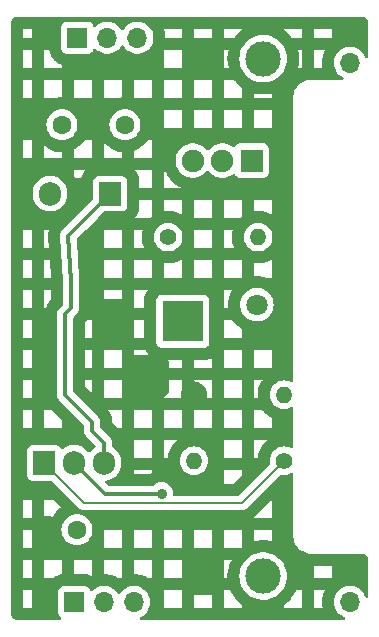
<source format=gbl>
%TF.GenerationSoftware,KiCad,Pcbnew,8.0.1*%
%TF.CreationDate,2024-06-29T09:30:56+05:30*%
%TF.ProjectId,BREADBOARD POWER SUPPLY PCB,42524541-4442-44f4-9152-4420504f5745,rev?*%
%TF.SameCoordinates,Original*%
%TF.FileFunction,Copper,L2,Bot*%
%TF.FilePolarity,Positive*%
%FSLAX46Y46*%
G04 Gerber Fmt 4.6, Leading zero omitted, Abs format (unit mm)*
G04 Created by KiCad (PCBNEW 8.0.1) date 2024-06-29 09:30:56*
%MOMM*%
%LPD*%
G01*
G04 APERTURE LIST*
G04 Aperture macros list*
%AMRoundRect*
0 Rectangle with rounded corners*
0 $1 Rounding radius*
0 $2 $3 $4 $5 $6 $7 $8 $9 X,Y pos of 4 corners*
0 Add a 4 corners polygon primitive as box body*
4,1,4,$2,$3,$4,$5,$6,$7,$8,$9,$2,$3,0*
0 Add four circle primitives for the rounded corners*
1,1,$1+$1,$2,$3*
1,1,$1+$1,$4,$5*
1,1,$1+$1,$6,$7*
1,1,$1+$1,$8,$9*
0 Add four rect primitives between the rounded corners*
20,1,$1+$1,$2,$3,$4,$5,0*
20,1,$1+$1,$4,$5,$6,$7,0*
20,1,$1+$1,$6,$7,$8,$9,0*
20,1,$1+$1,$8,$9,$2,$3,0*%
G04 Aperture macros list end*
%TA.AperFunction,ComponentPad*%
%ADD10O,1.905000X2.000000*%
%TD*%
%TA.AperFunction,ComponentPad*%
%ADD11R,1.905000X2.000000*%
%TD*%
%TA.AperFunction,ComponentPad*%
%ADD12C,1.900000*%
%TD*%
%TA.AperFunction,ComponentPad*%
%ADD13R,1.900000X1.900000*%
%TD*%
%TA.AperFunction,ComponentPad*%
%ADD14O,1.400000X1.400000*%
%TD*%
%TA.AperFunction,ComponentPad*%
%ADD15C,1.400000*%
%TD*%
%TA.AperFunction,ComponentPad*%
%ADD16C,3.000000*%
%TD*%
%TA.AperFunction,ComponentPad*%
%ADD17R,3.000000X3.000000*%
%TD*%
%TA.AperFunction,ComponentPad*%
%ADD18R,3.500000X3.500000*%
%TD*%
%TA.AperFunction,ComponentPad*%
%ADD19RoundRect,0.750000X-0.750000X-1.000000X0.750000X-1.000000X0.750000X1.000000X-0.750000X1.000000X0*%
%TD*%
%TA.AperFunction,ComponentPad*%
%ADD20RoundRect,0.875000X-0.875000X-0.875000X0.875000X-0.875000X0.875000X0.875000X-0.875000X0.875000X0*%
%TD*%
%TA.AperFunction,ComponentPad*%
%ADD21R,1.700000X1.700000*%
%TD*%
%TA.AperFunction,ComponentPad*%
%ADD22O,1.700000X1.700000*%
%TD*%
%TA.AperFunction,ComponentPad*%
%ADD23C,1.800000*%
%TD*%
%TA.AperFunction,ComponentPad*%
%ADD24R,1.800000X1.800000*%
%TD*%
%TA.AperFunction,ComponentPad*%
%ADD25C,1.600000*%
%TD*%
%TA.AperFunction,ViaPad*%
%ADD26C,0.900000*%
%TD*%
%TA.AperFunction,Conductor*%
%ADD27C,0.350000*%
%TD*%
%TA.AperFunction,Conductor*%
%ADD28C,0.200000*%
%TD*%
G04 APERTURE END LIST*
D10*
%TO.P,U2,3,VI*%
%TO.N,/12V*%
X116586000Y-102291000D03*
%TO.P,U2,2,VO*%
%TO.N,/3.3V*%
X114046000Y-102291000D03*
D11*
%TO.P,U2,1,ADJ*%
%TO.N,Net-(U2-ADJ)*%
X111506000Y-102291000D03*
%TD*%
%TO.P,U1,1,VI*%
%TO.N,/12V*%
X117094000Y-79502000D03*
D10*
%TO.P,U1,2,GND*%
%TO.N,GND*%
X114554000Y-79502000D03*
%TO.P,U1,3,VO*%
%TO.N,/5V*%
X112014000Y-79502000D03*
%TD*%
D12*
%TO.P,S1,3*%
%TO.N,unconnected-(S1-Pad3)*%
X124088000Y-76708000D03*
%TO.P,S1,2*%
%TO.N,/PWR_input*%
X126588000Y-76708000D03*
D13*
%TO.P,S1,1*%
%TO.N,/12V*%
X129088000Y-76708000D03*
%TD*%
D14*
%TO.P,R3,2*%
%TO.N,Net-(U2-ADJ)*%
X131808000Y-96520000D03*
D15*
%TO.P,R3,1*%
%TO.N,GND*%
X124188000Y-96520000D03*
%TD*%
D14*
%TO.P,R2,2*%
%TO.N,/3.3V*%
X124188000Y-102108000D03*
D15*
%TO.P,R2,1*%
%TO.N,Net-(U2-ADJ)*%
X131808000Y-102108000D03*
%TD*%
%TO.P,R1,1*%
%TO.N,Net-(D1-A)*%
X122000000Y-83175000D03*
D14*
%TO.P,R1,2*%
%TO.N,/12V*%
X129620000Y-83175000D03*
%TD*%
D16*
%TO.P,J7,2,Pin_2*%
%TO.N,/PWR_OUT_BOT*%
X130048000Y-111880000D03*
D17*
%TO.P,J7,1,Pin_1*%
%TO.N,GND*%
X124968000Y-111880000D03*
%TD*%
D18*
%TO.P,J6,1*%
%TO.N,/PWR_input*%
X123225000Y-90325000D03*
D19*
%TO.P,J6,2*%
%TO.N,GND*%
X117225000Y-90325000D03*
D20*
%TO.P,J6,3*%
X120225000Y-95025000D03*
%TD*%
D17*
%TO.P,J5,1,Pin_1*%
%TO.N,GND*%
X124968000Y-68072000D03*
D16*
%TO.P,J5,2,Pin_2*%
%TO.N,/PWR_OUT_TOP*%
X130048000Y-68072000D03*
%TD*%
D21*
%TO.P,J4,1,Pin_1*%
%TO.N,/3.3V*%
X114046000Y-114080000D03*
D22*
%TO.P,J4,2,Pin_2*%
%TO.N,/PWR_OUT_BOT*%
X116586000Y-114080000D03*
%TO.P,J4,3,Pin_3*%
%TO.N,/5V*%
X119126000Y-114080000D03*
%TD*%
D21*
%TO.P,J3,1,Pin_1*%
%TO.N,/3.3V*%
X114315000Y-66294000D03*
D22*
%TO.P,J3,2,Pin_2*%
%TO.N,/PWR_OUT_TOP*%
X116855000Y-66294000D03*
%TO.P,J3,3,Pin_3*%
%TO.N,/5V*%
X119395000Y-66294000D03*
%TD*%
%TO.P,J2,2,Pin_2*%
%TO.N,/PWR_OUT_BOT*%
X137410000Y-114070000D03*
D21*
%TO.P,J2,1,Pin_1*%
%TO.N,GND*%
X137410000Y-111530000D03*
%TD*%
D22*
%TO.P,J1,2,Pin_2*%
%TO.N,/PWR_OUT_TOP*%
X137410000Y-68412000D03*
D21*
%TO.P,J1,1,Pin_1*%
%TO.N,GND*%
X137410000Y-65872000D03*
%TD*%
D23*
%TO.P,D1,2,A*%
%TO.N,Net-(D1-A)*%
X129508000Y-88900000D03*
D24*
%TO.P,D1,1,K*%
%TO.N,GND*%
X129508000Y-91440000D03*
%TD*%
D25*
%TO.P,C3,1*%
%TO.N,/3.3V*%
X114280000Y-107950000D03*
%TO.P,C3,2*%
%TO.N,GND*%
X111780000Y-107950000D03*
%TD*%
%TO.P,C2,1*%
%TO.N,/5V*%
X113010000Y-73660000D03*
%TO.P,C2,2*%
%TO.N,GND*%
X110510000Y-73660000D03*
%TD*%
%TO.P,C1,1*%
%TO.N,/12V*%
X118344000Y-73660000D03*
%TO.P,C1,2*%
%TO.N,GND*%
X115844000Y-73660000D03*
%TD*%
D26*
%TO.N,/3.3V*%
X121450000Y-104902000D03*
%TD*%
D27*
%TO.N,/12V*%
X116586000Y-100584000D02*
X116586000Y-102291000D01*
X115570000Y-99568000D02*
X116586000Y-100584000D01*
X113284000Y-96520000D02*
X115570000Y-98806000D01*
X115570000Y-98806000D02*
X115570000Y-99568000D01*
X113284000Y-89662000D02*
X113284000Y-96520000D01*
X113792000Y-89154000D02*
X113284000Y-89662000D01*
X113792000Y-86868000D02*
X113792000Y-89154000D01*
X113538000Y-83058000D02*
X113792000Y-86868000D01*
X117094000Y-79502000D02*
X113538000Y-83058000D01*
D28*
%TO.N,Net-(U2-ADJ)*%
X114917000Y-105702000D02*
X128214000Y-105702000D01*
X128214000Y-105702000D02*
X131808000Y-102108000D01*
X111506000Y-102291000D02*
X114917000Y-105702000D01*
D27*
%TO.N,/3.3V*%
X121450000Y-104902000D02*
X116657000Y-104902000D01*
X116657000Y-104902000D02*
X114046000Y-102291000D01*
%TD*%
%TA.AperFunction,Conductor*%
%TO.N,GND*%
G36*
X138437028Y-64509292D02*
G01*
X138452292Y-64511011D01*
X138530609Y-64519836D01*
X138558107Y-64526112D01*
X138640271Y-64554863D01*
X138665682Y-64567100D01*
X138739390Y-64613414D01*
X138761449Y-64631006D01*
X138822993Y-64692550D01*
X138840585Y-64714609D01*
X138886896Y-64788312D01*
X138899138Y-64813733D01*
X138927885Y-64895887D01*
X138934164Y-64923394D01*
X138944708Y-65016970D01*
X138945500Y-65031078D01*
X138945500Y-67928384D01*
X138925498Y-67996505D01*
X138871842Y-68042998D01*
X138801568Y-68053102D01*
X138736988Y-68023608D01*
X138703147Y-67973476D01*
X138702339Y-67973831D01*
X138700395Y-67969399D01*
X138700328Y-67969300D01*
X138700243Y-67969053D01*
X138609742Y-67762732D01*
X138486513Y-67574115D01*
X138333926Y-67408361D01*
X138314601Y-67393320D01*
X138156124Y-67269972D01*
X138156123Y-67269971D01*
X138058209Y-67216983D01*
X137957976Y-67162740D01*
X137957973Y-67162739D01*
X137957972Y-67162738D01*
X137744885Y-67089585D01*
X137744878Y-67089583D01*
X137649770Y-67073712D01*
X137522651Y-67052500D01*
X137297349Y-67052500D01*
X137186134Y-67071058D01*
X137075121Y-67089583D01*
X137075114Y-67089585D01*
X136862027Y-67162738D01*
X136862024Y-67162740D01*
X136663876Y-67269971D01*
X136663875Y-67269972D01*
X136486073Y-67408361D01*
X136333486Y-67574115D01*
X136210257Y-67762732D01*
X136119756Y-67969054D01*
X136119753Y-67969061D01*
X136064447Y-68187459D01*
X136064446Y-68187465D01*
X136064446Y-68187467D01*
X136045841Y-68412000D01*
X136062696Y-68615417D01*
X136064447Y-68636540D01*
X136119753Y-68854938D01*
X136119756Y-68854945D01*
X136210257Y-69061267D01*
X136333486Y-69249884D01*
X136486073Y-69415638D01*
X136486078Y-69415642D01*
X136486080Y-69415644D01*
X136661612Y-69552266D01*
X136663875Y-69554027D01*
X136663876Y-69554028D01*
X136787050Y-69620686D01*
X136837441Y-69670699D01*
X136852793Y-69740016D01*
X136828232Y-69806629D01*
X136771557Y-69849389D01*
X136727081Y-69857500D01*
X134177892Y-69857500D01*
X134112000Y-69857500D01*
X134003538Y-69857500D01*
X133788821Y-69888371D01*
X133788818Y-69888371D01*
X133788817Y-69888372D01*
X133580682Y-69949486D01*
X133383360Y-70039600D01*
X133200871Y-70156880D01*
X133036933Y-70298933D01*
X132894880Y-70462871D01*
X132777600Y-70645360D01*
X132687486Y-70842682D01*
X132631502Y-71033345D01*
X132626371Y-71050821D01*
X132595500Y-71265538D01*
X132595500Y-71265540D01*
X132595500Y-95354900D01*
X132575498Y-95423021D01*
X132521842Y-95469514D01*
X132451568Y-95479618D01*
X132416251Y-95469095D01*
X132223260Y-95379103D01*
X132223251Y-95379099D01*
X132112631Y-95349459D01*
X132018830Y-95324325D01*
X131808000Y-95305880D01*
X131597170Y-95324325D01*
X131542396Y-95339001D01*
X131392748Y-95379099D01*
X131392743Y-95379101D01*
X131200939Y-95468541D01*
X131027582Y-95589927D01*
X131027576Y-95589932D01*
X130877932Y-95739576D01*
X130877927Y-95739582D01*
X130756541Y-95912939D01*
X130667101Y-96104743D01*
X130667099Y-96104748D01*
X130632486Y-96233929D01*
X130612325Y-96309170D01*
X130593880Y-96520000D01*
X130612325Y-96730830D01*
X130621883Y-96766500D01*
X130667099Y-96935251D01*
X130667101Y-96935256D01*
X130756541Y-97127060D01*
X130877930Y-97300421D01*
X131027579Y-97450070D01*
X131200940Y-97571459D01*
X131392747Y-97660900D01*
X131597170Y-97715675D01*
X131808000Y-97734120D01*
X132018830Y-97715675D01*
X132223253Y-97660900D01*
X132415060Y-97571459D01*
X132415060Y-97571458D01*
X132416250Y-97570904D01*
X132486442Y-97560243D01*
X132551254Y-97589223D01*
X132590111Y-97648643D01*
X132595500Y-97685099D01*
X132595500Y-100942900D01*
X132575498Y-101011021D01*
X132521842Y-101057514D01*
X132451568Y-101067618D01*
X132416251Y-101057095D01*
X132223260Y-100967103D01*
X132223251Y-100967099D01*
X132102170Y-100934656D01*
X132018830Y-100912325D01*
X131808000Y-100893880D01*
X131597170Y-100912325D01*
X131542396Y-100927001D01*
X131392748Y-100967099D01*
X131392743Y-100967101D01*
X131200939Y-101056541D01*
X131027582Y-101177927D01*
X131027576Y-101177932D01*
X130877932Y-101327576D01*
X130877927Y-101327582D01*
X130756541Y-101500939D01*
X130667101Y-101692743D01*
X130667099Y-101692748D01*
X130612325Y-101897171D01*
X130593880Y-102108000D01*
X130612326Y-102318836D01*
X130612326Y-102318838D01*
X130619464Y-102345478D01*
X130617773Y-102416455D01*
X130586852Y-102467182D01*
X127998440Y-105055596D01*
X127936130Y-105089620D01*
X127909347Y-105092500D01*
X122534400Y-105092500D01*
X122466279Y-105072498D01*
X122419786Y-105018842D01*
X122409007Y-104954150D01*
X122414143Y-104902003D01*
X122414143Y-104901996D01*
X122395618Y-104713911D01*
X122395617Y-104713909D01*
X122395617Y-104713905D01*
X122340752Y-104533038D01*
X122251656Y-104366351D01*
X122131752Y-104220248D01*
X121985649Y-104100344D01*
X121818962Y-104011248D01*
X121638095Y-103956383D01*
X121638094Y-103956382D01*
X121638088Y-103956381D01*
X121450003Y-103937857D01*
X121449997Y-103937857D01*
X121261911Y-103956381D01*
X121081037Y-104011248D01*
X120914347Y-104100345D01*
X120914347Y-104100346D01*
X120806445Y-104188899D01*
X120741098Y-104216653D01*
X120726512Y-104217500D01*
X116992719Y-104217500D01*
X116924598Y-104197498D01*
X116903624Y-104180595D01*
X116722662Y-103999633D01*
X116688636Y-103937321D01*
X116693701Y-103866506D01*
X116736248Y-103809670D01*
X116792043Y-103786090D01*
X116928353Y-103764501D01*
X117147213Y-103693389D01*
X117352255Y-103588915D01*
X117538429Y-103453651D01*
X117701151Y-103290929D01*
X117836415Y-103104755D01*
X117940889Y-102899713D01*
X117953630Y-102860500D01*
X119116500Y-102860500D01*
X119116500Y-103203500D01*
X120441175Y-103203500D01*
X120624995Y-103105246D01*
X120630516Y-103102467D01*
X120642500Y-103096798D01*
X120642500Y-102860500D01*
X119116500Y-102860500D01*
X117953630Y-102860500D01*
X118012001Y-102680853D01*
X118048000Y-102453562D01*
X118048000Y-102128438D01*
X118044763Y-102108000D01*
X122973880Y-102108000D01*
X122992325Y-102318830D01*
X123047100Y-102523253D01*
X123136541Y-102715060D01*
X123257930Y-102888421D01*
X123407579Y-103038070D01*
X123580940Y-103159459D01*
X123772747Y-103248900D01*
X123977170Y-103303675D01*
X124188000Y-103322120D01*
X124398830Y-103303675D01*
X124603253Y-103248900D01*
X124795060Y-103159459D01*
X124968421Y-103038070D01*
X125118070Y-102888421D01*
X125137621Y-102860500D01*
X126736500Y-102860500D01*
X126736500Y-104078500D01*
X127541525Y-104078500D01*
X128262500Y-103357523D01*
X128262500Y-102860500D01*
X126736500Y-102860500D01*
X125137621Y-102860500D01*
X125239459Y-102715060D01*
X125328900Y-102523253D01*
X125383675Y-102318830D01*
X125402120Y-102108000D01*
X125383675Y-101897170D01*
X125328900Y-101692747D01*
X125239459Y-101500940D01*
X125118070Y-101327579D01*
X124968421Y-101177930D01*
X124882452Y-101117734D01*
X124795060Y-101056541D01*
X124603256Y-100967101D01*
X124603251Y-100967099D01*
X124482170Y-100934656D01*
X124398830Y-100912325D01*
X124188000Y-100893880D01*
X123977170Y-100912325D01*
X123922396Y-100927001D01*
X123772748Y-100967099D01*
X123772743Y-100967101D01*
X123580939Y-101056541D01*
X123407582Y-101177927D01*
X123407576Y-101177932D01*
X123257932Y-101327576D01*
X123257927Y-101327582D01*
X123136541Y-101500939D01*
X123047101Y-101692743D01*
X123047099Y-101692748D01*
X123021914Y-101786742D01*
X122992325Y-101897170D01*
X122973880Y-102108000D01*
X118044763Y-102108000D01*
X118012001Y-101901147D01*
X117940889Y-101682287D01*
X117836415Y-101477245D01*
X117701151Y-101291071D01*
X117701149Y-101291068D01*
X117538431Y-101128350D01*
X117352254Y-100993084D01*
X117339292Y-100986479D01*
X117287679Y-100937728D01*
X117270500Y-100874215D01*
X117270500Y-100516584D01*
X117270499Y-100516580D01*
X117244195Y-100384339D01*
X117217752Y-100320500D01*
X119116500Y-100320500D01*
X119116500Y-101846500D01*
X120642500Y-101846500D01*
X120642500Y-100320500D01*
X121656500Y-100320500D01*
X121656500Y-101846500D01*
X121978884Y-101846500D01*
X121984112Y-101786742D01*
X121984712Y-101781273D01*
X121989056Y-101748286D01*
X121989892Y-101742851D01*
X121997579Y-101699268D01*
X121998651Y-101693880D01*
X122005845Y-101661433D01*
X122007151Y-101656096D01*
X122073377Y-101408934D01*
X122074915Y-101403657D01*
X122084914Y-101371943D01*
X122086681Y-101366738D01*
X122101817Y-101325151D01*
X122103810Y-101320026D01*
X122116537Y-101289300D01*
X122118751Y-101284268D01*
X122226896Y-101052350D01*
X122229327Y-101047420D01*
X122244682Y-101017923D01*
X122247327Y-101013103D01*
X122269455Y-100974776D01*
X122272308Y-100970074D01*
X122290176Y-100942028D01*
X122293229Y-100937459D01*
X122440011Y-100727834D01*
X122443262Y-100723400D01*
X122463523Y-100696996D01*
X122466970Y-100692702D01*
X122495420Y-100658802D01*
X122499043Y-100654672D01*
X122521491Y-100630177D01*
X122525288Y-100626211D01*
X122706211Y-100445288D01*
X122710177Y-100441491D01*
X122734672Y-100419043D01*
X122738802Y-100415420D01*
X122772702Y-100386970D01*
X122776996Y-100383523D01*
X122803400Y-100363262D01*
X122807834Y-100360011D01*
X122864261Y-100320500D01*
X126736500Y-100320500D01*
X126736500Y-101846500D01*
X128262500Y-101846500D01*
X128262500Y-100320500D01*
X129276500Y-100320500D01*
X129276500Y-101846500D01*
X129598884Y-101846500D01*
X129604112Y-101786742D01*
X129604712Y-101781273D01*
X129609056Y-101748286D01*
X129609892Y-101742851D01*
X129617579Y-101699268D01*
X129618651Y-101693880D01*
X129625845Y-101661433D01*
X129627151Y-101656096D01*
X129693377Y-101408934D01*
X129694915Y-101403657D01*
X129704914Y-101371943D01*
X129706681Y-101366738D01*
X129721817Y-101325151D01*
X129723810Y-101320026D01*
X129736537Y-101289300D01*
X129738751Y-101284268D01*
X129846896Y-101052350D01*
X129849327Y-101047420D01*
X129864682Y-101017923D01*
X129867327Y-101013103D01*
X129889455Y-100974776D01*
X129892308Y-100970074D01*
X129910176Y-100942028D01*
X129913229Y-100937459D01*
X130060011Y-100727834D01*
X130063262Y-100723400D01*
X130083523Y-100696996D01*
X130086970Y-100692702D01*
X130115420Y-100658802D01*
X130119043Y-100654672D01*
X130141491Y-100630177D01*
X130145288Y-100626211D01*
X130326211Y-100445288D01*
X130330177Y-100441491D01*
X130354672Y-100419043D01*
X130358802Y-100415420D01*
X130392702Y-100386970D01*
X130396996Y-100383523D01*
X130423400Y-100363262D01*
X130427834Y-100360011D01*
X130484261Y-100320500D01*
X129276500Y-100320500D01*
X128262500Y-100320500D01*
X126736500Y-100320500D01*
X122864261Y-100320500D01*
X121656500Y-100320500D01*
X120642500Y-100320500D01*
X119116500Y-100320500D01*
X117217752Y-100320500D01*
X117192596Y-100259768D01*
X117170163Y-100226195D01*
X117117686Y-100147656D01*
X117117685Y-100147654D01*
X116291405Y-99321374D01*
X116257379Y-99259062D01*
X116254500Y-99232279D01*
X116254500Y-98738584D01*
X116254499Y-98738580D01*
X116249549Y-98713693D01*
X116228195Y-98606339D01*
X116178957Y-98487469D01*
X116177288Y-98482804D01*
X116176596Y-98481768D01*
X116176596Y-98481767D01*
X116101685Y-98369656D01*
X116101684Y-98369655D01*
X116101682Y-98369652D01*
X115512530Y-97780500D01*
X116927366Y-97780500D01*
X116927400Y-97780546D01*
X116930961Y-97785603D01*
X117061323Y-97980701D01*
X117070462Y-97996835D01*
X117118535Y-98098485D01*
X117125208Y-98115784D01*
X117132484Y-98139775D01*
X117174540Y-98241307D01*
X117176767Y-98247080D01*
X117189378Y-98282328D01*
X117191319Y-98288204D01*
X117205770Y-98335853D01*
X117207418Y-98341811D01*
X117216501Y-98378078D01*
X117217855Y-98384107D01*
X117253874Y-98565182D01*
X117254931Y-98571275D01*
X117260423Y-98608297D01*
X117261181Y-98614440D01*
X117266060Y-98663993D01*
X117266514Y-98670160D01*
X117268348Y-98707514D01*
X117268500Y-98713693D01*
X117268500Y-98864458D01*
X117710542Y-99306500D01*
X118102500Y-99306500D01*
X118102500Y-97780500D01*
X119116500Y-97780500D01*
X119116500Y-99306500D01*
X120642500Y-99306500D01*
X120642500Y-97780500D01*
X121656500Y-97780500D01*
X121656500Y-99306500D01*
X123182500Y-99306500D01*
X123182500Y-97780500D01*
X124196500Y-97780500D01*
X124196500Y-99306500D01*
X125722500Y-99306500D01*
X125722500Y-97780500D01*
X126736500Y-97780500D01*
X126736500Y-99306500D01*
X128262500Y-99306500D01*
X128262500Y-97780500D01*
X129276500Y-97780500D01*
X129276500Y-99306500D01*
X130802500Y-99306500D01*
X130802500Y-98504489D01*
X130752350Y-98481104D01*
X130747420Y-98478673D01*
X130717923Y-98463318D01*
X130713103Y-98460673D01*
X130674776Y-98438545D01*
X130670074Y-98435692D01*
X130642028Y-98417824D01*
X130637459Y-98414771D01*
X130427834Y-98267989D01*
X130423400Y-98264738D01*
X130396996Y-98244477D01*
X130392702Y-98241030D01*
X130358802Y-98212580D01*
X130354672Y-98208957D01*
X130330177Y-98186509D01*
X130326211Y-98182712D01*
X130145288Y-98001789D01*
X130141491Y-97997823D01*
X130119043Y-97973328D01*
X130115420Y-97969198D01*
X130086970Y-97935298D01*
X130083523Y-97931004D01*
X130063262Y-97904600D01*
X130060011Y-97900166D01*
X129976220Y-97780500D01*
X129276500Y-97780500D01*
X128262500Y-97780500D01*
X126736500Y-97780500D01*
X125722500Y-97780500D01*
X124196500Y-97780500D01*
X123182500Y-97780500D01*
X121656500Y-97780500D01*
X120642500Y-97780500D01*
X119116500Y-97780500D01*
X118102500Y-97780500D01*
X116927366Y-97780500D01*
X115512530Y-97780500D01*
X114005405Y-96273375D01*
X113971379Y-96211063D01*
X113968500Y-96184280D01*
X113968500Y-95240500D01*
X114982500Y-95240500D01*
X114982500Y-95816459D01*
X115562500Y-96396459D01*
X115562500Y-95240500D01*
X116576500Y-95240500D01*
X116576500Y-96766500D01*
X118102500Y-96766500D01*
X121656500Y-96766500D01*
X123101782Y-96766500D01*
X123096677Y-96749670D01*
X123091859Y-96725444D01*
X123072841Y-96532350D01*
X123072841Y-96507650D01*
X123091859Y-96314556D01*
X123096677Y-96290330D01*
X123153000Y-96104657D01*
X123162453Y-96081837D01*
X123182500Y-96044331D01*
X123182500Y-95240500D01*
X124196500Y-95240500D01*
X124196500Y-95404841D01*
X124200350Y-95404841D01*
X124393444Y-95423859D01*
X124417670Y-95428677D01*
X124603343Y-95485000D01*
X124626163Y-95494453D01*
X124797281Y-95585918D01*
X124817819Y-95599641D01*
X124967804Y-95722731D01*
X124985269Y-95740196D01*
X125108359Y-95890181D01*
X125122082Y-95910719D01*
X125213547Y-96081837D01*
X125223000Y-96104657D01*
X125279323Y-96290330D01*
X125284141Y-96314556D01*
X125303159Y-96507650D01*
X125303159Y-96532350D01*
X125284141Y-96725444D01*
X125279323Y-96749670D01*
X125274218Y-96766500D01*
X125722500Y-96766500D01*
X125722500Y-95240500D01*
X126736500Y-95240500D01*
X126736500Y-96766500D01*
X128262500Y-96766500D01*
X128262500Y-95240500D01*
X129276500Y-95240500D01*
X129276500Y-96766500D01*
X129597572Y-96766500D01*
X129581809Y-96586332D01*
X129581450Y-96580844D01*
X129580000Y-96547622D01*
X129579880Y-96542128D01*
X129579880Y-96497872D01*
X129580000Y-96492378D01*
X129581450Y-96459156D01*
X129581809Y-96453668D01*
X129604112Y-96198742D01*
X129604712Y-96193273D01*
X129609056Y-96160286D01*
X129609892Y-96154851D01*
X129617579Y-96111268D01*
X129618651Y-96105880D01*
X129625845Y-96073433D01*
X129627151Y-96068096D01*
X129693377Y-95820934D01*
X129694915Y-95815657D01*
X129704914Y-95783943D01*
X129706681Y-95778738D01*
X129721817Y-95737151D01*
X129723810Y-95732026D01*
X129736537Y-95701300D01*
X129738751Y-95696268D01*
X129846896Y-95464350D01*
X129849327Y-95459420D01*
X129864682Y-95429923D01*
X129867327Y-95425103D01*
X129889455Y-95386776D01*
X129892308Y-95382074D01*
X129910176Y-95354028D01*
X129913229Y-95349459D01*
X129989523Y-95240500D01*
X129276500Y-95240500D01*
X128262500Y-95240500D01*
X126736500Y-95240500D01*
X125722500Y-95240500D01*
X124196500Y-95240500D01*
X123182500Y-95240500D01*
X122101000Y-95240500D01*
X122101000Y-95976098D01*
X122100711Y-95984622D01*
X122097814Y-96027346D01*
X122094378Y-96049231D01*
X122048445Y-96233929D01*
X122039050Y-96259503D01*
X121954487Y-96430009D01*
X121939813Y-96452966D01*
X121820573Y-96601307D01*
X121801307Y-96620573D01*
X121656500Y-96736972D01*
X121656500Y-96766500D01*
X118102500Y-96766500D01*
X118102500Y-95240500D01*
X116576500Y-95240500D01*
X115562500Y-95240500D01*
X114982500Y-95240500D01*
X113968500Y-95240500D01*
X113968500Y-92700500D01*
X114982500Y-92700500D01*
X114982500Y-94226500D01*
X115562500Y-94226500D01*
X115562500Y-92700500D01*
X116576500Y-92700500D01*
X116576500Y-94226500D01*
X118102500Y-94226500D01*
X118102500Y-93598500D01*
X121940750Y-93598500D01*
X121954487Y-93619991D01*
X122039050Y-93790497D01*
X122048445Y-93816071D01*
X122094378Y-94000769D01*
X122097814Y-94022654D01*
X122100711Y-94065378D01*
X122101000Y-94073902D01*
X122101000Y-94226500D01*
X123182500Y-94226500D01*
X124196500Y-94226500D01*
X125722500Y-94226500D01*
X125722500Y-93408631D01*
X125675856Y-93434101D01*
X125667813Y-93438127D01*
X125618300Y-93460739D01*
X125609990Y-93464182D01*
X125409086Y-93539116D01*
X125401632Y-93541634D01*
X125356074Y-93555455D01*
X125348475Y-93557503D01*
X125286787Y-93572082D01*
X125279075Y-93573652D01*
X125232121Y-93581693D01*
X125224320Y-93582779D01*
X125118613Y-93594142D01*
X125115256Y-93594458D01*
X125094908Y-93596096D01*
X125091536Y-93596322D01*
X125064424Y-93597774D01*
X125061060Y-93597909D01*
X125040676Y-93598455D01*
X125037302Y-93598500D01*
X124196500Y-93598500D01*
X124196500Y-94226500D01*
X123182500Y-94226500D01*
X123182500Y-93598500D01*
X121940750Y-93598500D01*
X118102500Y-93598500D01*
X118102500Y-92700500D01*
X119116500Y-92700500D01*
X119116500Y-93176579D01*
X119200769Y-93155622D01*
X119222654Y-93152186D01*
X119265378Y-93149289D01*
X119273902Y-93149000D01*
X120387040Y-93149000D01*
X120368405Y-93130365D01*
X120362277Y-93123784D01*
X120326634Y-93082651D01*
X120320989Y-93075647D01*
X120189769Y-92900360D01*
X120184640Y-92892972D01*
X120155213Y-92847184D01*
X120150623Y-92839448D01*
X120115899Y-92775856D01*
X120111873Y-92767813D01*
X120089261Y-92718300D01*
X120085818Y-92709990D01*
X120082278Y-92700500D01*
X126736500Y-92700500D01*
X126736500Y-94226500D01*
X128262500Y-94226500D01*
X128262500Y-92700500D01*
X129276500Y-92700500D01*
X129276500Y-94226500D01*
X130802500Y-94226500D01*
X130802500Y-92700500D01*
X129276500Y-92700500D01*
X128262500Y-92700500D01*
X126736500Y-92700500D01*
X120082278Y-92700500D01*
X119116500Y-92700500D01*
X118102500Y-92700500D01*
X116576500Y-92700500D01*
X115562500Y-92700500D01*
X114982500Y-92700500D01*
X113968500Y-92700500D01*
X113968500Y-92123743D01*
X120965500Y-92123743D01*
X120972022Y-92184410D01*
X120972023Y-92184411D01*
X120972024Y-92184416D01*
X121023224Y-92321688D01*
X121111025Y-92438975D01*
X121228312Y-92526776D01*
X121365584Y-92577976D01*
X121365588Y-92577976D01*
X121365589Y-92577977D01*
X121426256Y-92584499D01*
X121426261Y-92584499D01*
X121426268Y-92584500D01*
X121426274Y-92584500D01*
X125023726Y-92584500D01*
X125023732Y-92584500D01*
X125023739Y-92584499D01*
X125023743Y-92584499D01*
X125084410Y-92577977D01*
X125084410Y-92577976D01*
X125084416Y-92577976D01*
X125221688Y-92526776D01*
X125338975Y-92438975D01*
X125426776Y-92321688D01*
X125477976Y-92184416D01*
X125484500Y-92123732D01*
X125484500Y-90160500D01*
X126736500Y-90160500D01*
X126736500Y-91686500D01*
X128262500Y-91686500D01*
X128262500Y-90981595D01*
X128233387Y-90965840D01*
X128228859Y-90963267D01*
X128201796Y-90947141D01*
X128197377Y-90944383D01*
X128162277Y-90921451D01*
X128157977Y-90918513D01*
X128132338Y-90900207D01*
X128128163Y-90897094D01*
X127910743Y-90727869D01*
X127906700Y-90724585D01*
X127882659Y-90704223D01*
X127878755Y-90700776D01*
X127847909Y-90672380D01*
X127844152Y-90668774D01*
X127821878Y-90646500D01*
X127818272Y-90642742D01*
X127631674Y-90440042D01*
X127628227Y-90436139D01*
X127607871Y-90412105D01*
X127604589Y-90408064D01*
X127578837Y-90374979D01*
X127575722Y-90370801D01*
X127557412Y-90345156D01*
X127554474Y-90340856D01*
X127436642Y-90160500D01*
X126736500Y-90160500D01*
X125484500Y-90160500D01*
X125484500Y-88526268D01*
X125483041Y-88512698D01*
X125477977Y-88465589D01*
X125477976Y-88465588D01*
X125477976Y-88465584D01*
X125426776Y-88328312D01*
X125338975Y-88211025D01*
X125221688Y-88123224D01*
X125084416Y-88072024D01*
X125084412Y-88072023D01*
X125084411Y-88072023D01*
X125084410Y-88072022D01*
X125023743Y-88065500D01*
X125023732Y-88065500D01*
X121426268Y-88065500D01*
X121426256Y-88065500D01*
X121365589Y-88072022D01*
X121365588Y-88072023D01*
X121365585Y-88072023D01*
X121365584Y-88072024D01*
X121228312Y-88123224D01*
X121111025Y-88211025D01*
X121023224Y-88328312D01*
X120975938Y-88455092D01*
X120972023Y-88465588D01*
X120972022Y-88465589D01*
X120965500Y-88526256D01*
X120965500Y-92123743D01*
X113968500Y-92123743D01*
X113968500Y-91686500D01*
X114982500Y-91686500D01*
X115562500Y-91686500D01*
X115562500Y-90160500D01*
X119116500Y-90160500D01*
X119116500Y-91686500D01*
X119951500Y-91686500D01*
X119951500Y-90160500D01*
X119116500Y-90160500D01*
X115562500Y-90160500D01*
X115162246Y-90160500D01*
X115152961Y-90174396D01*
X115149400Y-90179453D01*
X115127113Y-90209503D01*
X115123308Y-90214378D01*
X115091720Y-90252868D01*
X115087681Y-90257550D01*
X115062558Y-90285269D01*
X115058293Y-90289749D01*
X114982500Y-90365541D01*
X114982500Y-91686500D01*
X113968500Y-91686500D01*
X113968500Y-89997719D01*
X113988502Y-89929598D01*
X114005400Y-89908628D01*
X114323685Y-89590344D01*
X114376270Y-89511646D01*
X114398596Y-89478232D01*
X114450195Y-89353661D01*
X114476500Y-89221417D01*
X114476500Y-87620500D01*
X116576500Y-87620500D01*
X116576500Y-88449000D01*
X118024979Y-88449000D01*
X118037785Y-88449652D01*
X118102500Y-88456263D01*
X118102500Y-87620500D01*
X119116500Y-87620500D01*
X119116500Y-89146500D01*
X119951500Y-89146500D01*
X119951500Y-88512698D01*
X119951545Y-88509324D01*
X119952091Y-88488940D01*
X119952226Y-88485576D01*
X119953678Y-88458464D01*
X119953904Y-88455092D01*
X119955542Y-88434744D01*
X119955858Y-88431387D01*
X119967221Y-88325680D01*
X119968307Y-88317879D01*
X119976348Y-88270925D01*
X119977918Y-88263213D01*
X119992497Y-88201525D01*
X119994545Y-88193926D01*
X120008366Y-88148368D01*
X120010884Y-88140914D01*
X120085818Y-87940010D01*
X120089261Y-87931700D01*
X120111873Y-87882187D01*
X120115899Y-87874144D01*
X120150623Y-87810552D01*
X120155213Y-87802816D01*
X120184640Y-87757028D01*
X120189769Y-87749640D01*
X120286443Y-87620500D01*
X126736500Y-87620500D01*
X126736500Y-89146500D01*
X127096620Y-89146500D01*
X127081401Y-88962846D01*
X127081079Y-88957648D01*
X127079777Y-88926171D01*
X127079669Y-88920964D01*
X127079669Y-88900000D01*
X128093669Y-88900000D01*
X128112959Y-89132792D01*
X128127670Y-89190885D01*
X128170301Y-89359233D01*
X128170302Y-89359236D01*
X128170303Y-89359238D01*
X128264132Y-89573146D01*
X128391893Y-89768700D01*
X128550094Y-89940552D01*
X128550098Y-89940556D01*
X128616017Y-89991863D01*
X128734434Y-90084031D01*
X128939870Y-90195207D01*
X128939871Y-90195207D01*
X128939872Y-90195208D01*
X128995713Y-90214378D01*
X129160802Y-90271053D01*
X129391205Y-90309500D01*
X129391209Y-90309500D01*
X129624791Y-90309500D01*
X129624795Y-90309500D01*
X129855198Y-90271053D01*
X130076130Y-90195207D01*
X130281566Y-90084031D01*
X130465900Y-89940557D01*
X130495298Y-89908623D01*
X130624106Y-89768700D01*
X130737864Y-89594580D01*
X130751867Y-89573147D01*
X130845699Y-89359233D01*
X130903041Y-89132791D01*
X130922331Y-88900000D01*
X130903041Y-88667209D01*
X130845699Y-88440767D01*
X130751867Y-88226853D01*
X130712441Y-88166507D01*
X130624106Y-88031299D01*
X130465905Y-87859447D01*
X130465901Y-87859443D01*
X130324826Y-87749640D01*
X130281566Y-87715969D01*
X130076130Y-87604793D01*
X130076128Y-87604792D01*
X130076127Y-87604791D01*
X129855202Y-87528948D01*
X129855193Y-87528946D01*
X129809380Y-87521301D01*
X129624795Y-87490500D01*
X129391205Y-87490500D01*
X129237421Y-87516161D01*
X129160806Y-87528946D01*
X129160797Y-87528948D01*
X128939872Y-87604791D01*
X128939870Y-87604793D01*
X128734436Y-87715968D01*
X128734434Y-87715969D01*
X128550098Y-87859443D01*
X128550094Y-87859447D01*
X128391893Y-88031299D01*
X128264132Y-88226853D01*
X128170303Y-88440761D01*
X128170302Y-88440764D01*
X128170301Y-88440767D01*
X128160452Y-88479661D01*
X128112959Y-88667207D01*
X128093669Y-88900000D01*
X127079669Y-88900000D01*
X127079669Y-88879036D01*
X127079777Y-88873829D01*
X127081079Y-88842352D01*
X127081401Y-88837154D01*
X127104153Y-88562588D01*
X127104690Y-88557410D01*
X127108584Y-88526165D01*
X127109335Y-88521014D01*
X127116234Y-88479661D01*
X127117197Y-88474541D01*
X127123664Y-88443694D01*
X127124838Y-88438617D01*
X127192473Y-88171529D01*
X127193856Y-88166507D01*
X127202843Y-88136321D01*
X127204431Y-88131366D01*
X127218043Y-88091711D01*
X127219836Y-88086819D01*
X127231291Y-88057461D01*
X127233285Y-88052647D01*
X127343961Y-87800334D01*
X127346152Y-87795608D01*
X127359989Y-87767305D01*
X127362370Y-87762677D01*
X127382324Y-87725804D01*
X127384900Y-87721272D01*
X127401025Y-87694212D01*
X127403781Y-87689797D01*
X127449055Y-87620500D01*
X126736500Y-87620500D01*
X120286443Y-87620500D01*
X119116500Y-87620500D01*
X118102500Y-87620500D01*
X116576500Y-87620500D01*
X114476500Y-87620500D01*
X114476500Y-86920660D01*
X114477560Y-86904353D01*
X114478783Y-86894981D01*
X114479468Y-86889735D01*
X114476779Y-86849400D01*
X114476500Y-86841018D01*
X114476500Y-86800586D01*
X114476500Y-86800583D01*
X114473619Y-86786105D01*
X114471479Y-86769915D01*
X114457690Y-86563083D01*
X114358851Y-85080500D01*
X116576500Y-85080500D01*
X116576500Y-86606500D01*
X118102500Y-86606500D01*
X118102500Y-85080500D01*
X119116500Y-85080500D01*
X119116500Y-86606500D01*
X120642500Y-86606500D01*
X121656500Y-86606500D01*
X123182500Y-86606500D01*
X123182500Y-85080500D01*
X124196500Y-85080500D01*
X124196500Y-86606500D01*
X125722500Y-86606500D01*
X125722500Y-85080500D01*
X126736500Y-85080500D01*
X126736500Y-86606500D01*
X128262500Y-86606500D01*
X128262500Y-86482842D01*
X129276500Y-86482842D01*
X129281379Y-86482234D01*
X129286560Y-86481697D01*
X129328341Y-86478234D01*
X129333539Y-86477911D01*
X129365027Y-86476608D01*
X129370237Y-86476500D01*
X129645763Y-86476500D01*
X129650973Y-86476608D01*
X129682461Y-86477911D01*
X129687659Y-86478234D01*
X129729440Y-86481697D01*
X129734621Y-86482234D01*
X129765869Y-86486130D01*
X129771018Y-86486880D01*
X130042776Y-86532227D01*
X130047897Y-86533191D01*
X130078742Y-86539659D01*
X130083816Y-86540833D01*
X130124460Y-86551126D01*
X130129481Y-86552509D01*
X130159663Y-86561495D01*
X130164621Y-86563083D01*
X130291091Y-86606500D01*
X130802500Y-86606500D01*
X130802500Y-85080500D01*
X130773924Y-85080500D01*
X130757926Y-85090692D01*
X130753224Y-85093545D01*
X130714897Y-85115673D01*
X130710077Y-85118318D01*
X130680580Y-85133673D01*
X130675650Y-85136104D01*
X130443732Y-85244249D01*
X130438700Y-85246463D01*
X130407974Y-85259190D01*
X130402849Y-85261183D01*
X130361262Y-85276319D01*
X130356057Y-85278086D01*
X130324343Y-85288085D01*
X130319066Y-85289623D01*
X130071904Y-85355849D01*
X130066567Y-85357155D01*
X130034120Y-85364349D01*
X130028732Y-85365421D01*
X129985149Y-85373108D01*
X129979714Y-85373944D01*
X129946727Y-85378288D01*
X129941258Y-85378888D01*
X129686332Y-85401191D01*
X129680844Y-85401550D01*
X129647622Y-85403000D01*
X129642128Y-85403120D01*
X129597872Y-85403120D01*
X129592378Y-85403000D01*
X129559156Y-85401550D01*
X129553668Y-85401191D01*
X129298742Y-85378888D01*
X129293273Y-85378288D01*
X129276500Y-85376079D01*
X129276500Y-86482842D01*
X128262500Y-86482842D01*
X128262500Y-85080500D01*
X126736500Y-85080500D01*
X125722500Y-85080500D01*
X124196500Y-85080500D01*
X123182500Y-85080500D01*
X123153924Y-85080500D01*
X123137926Y-85090692D01*
X123133224Y-85093545D01*
X123094897Y-85115673D01*
X123090077Y-85118318D01*
X123060580Y-85133673D01*
X123055650Y-85136104D01*
X122823732Y-85244249D01*
X122818700Y-85246463D01*
X122787974Y-85259190D01*
X122782849Y-85261183D01*
X122741262Y-85276319D01*
X122736057Y-85278086D01*
X122704343Y-85288085D01*
X122699066Y-85289623D01*
X122451904Y-85355849D01*
X122446567Y-85357155D01*
X122414120Y-85364349D01*
X122408732Y-85365421D01*
X122365149Y-85373108D01*
X122359714Y-85373944D01*
X122326727Y-85378288D01*
X122321258Y-85378888D01*
X122066332Y-85401191D01*
X122060844Y-85401550D01*
X122027622Y-85403000D01*
X122022128Y-85403120D01*
X121977872Y-85403120D01*
X121972378Y-85403000D01*
X121939156Y-85401550D01*
X121933668Y-85401191D01*
X121678742Y-85378888D01*
X121673273Y-85378288D01*
X121656500Y-85376079D01*
X121656500Y-86606500D01*
X120642500Y-86606500D01*
X120642500Y-85080500D01*
X119116500Y-85080500D01*
X118102500Y-85080500D01*
X116576500Y-85080500D01*
X114358851Y-85080500D01*
X114245447Y-83379430D01*
X114260874Y-83310131D01*
X114282069Y-83281959D01*
X115023528Y-82540500D01*
X116576500Y-82540500D01*
X116576500Y-84066500D01*
X118102500Y-84066500D01*
X118102500Y-82540500D01*
X119116500Y-82540500D01*
X119116500Y-84066500D01*
X119962352Y-84066500D01*
X119930751Y-83998732D01*
X119928537Y-83993700D01*
X119915810Y-83962974D01*
X119913817Y-83957849D01*
X119898681Y-83916262D01*
X119896914Y-83911057D01*
X119886915Y-83879343D01*
X119885377Y-83874066D01*
X119819151Y-83626904D01*
X119817845Y-83621567D01*
X119810651Y-83589120D01*
X119809579Y-83583732D01*
X119801892Y-83540149D01*
X119801056Y-83534714D01*
X119796712Y-83501727D01*
X119796112Y-83496258D01*
X119773809Y-83241332D01*
X119773450Y-83235844D01*
X119772000Y-83202622D01*
X119771880Y-83197128D01*
X119771880Y-83175000D01*
X120785880Y-83175000D01*
X120804325Y-83385830D01*
X120833678Y-83495378D01*
X120859099Y-83590251D01*
X120859101Y-83590256D01*
X120948541Y-83782060D01*
X121042510Y-83916262D01*
X121069930Y-83955421D01*
X121219579Y-84105070D01*
X121392940Y-84226459D01*
X121584747Y-84315900D01*
X121789170Y-84370675D01*
X122000000Y-84389120D01*
X122210830Y-84370675D01*
X122415253Y-84315900D01*
X122607060Y-84226459D01*
X122780421Y-84105070D01*
X122930070Y-83955421D01*
X123051459Y-83782060D01*
X123140900Y-83590253D01*
X123195675Y-83385830D01*
X123214120Y-83175000D01*
X123195675Y-82964170D01*
X123140900Y-82759747D01*
X123051459Y-82567940D01*
X123032245Y-82540500D01*
X124196500Y-82540500D01*
X124196500Y-82800734D01*
X124198108Y-82809852D01*
X124198944Y-82815286D01*
X124203288Y-82848273D01*
X124203888Y-82853742D01*
X124226191Y-83108668D01*
X124226550Y-83114156D01*
X124228000Y-83147378D01*
X124228120Y-83152872D01*
X124228120Y-83197128D01*
X124228000Y-83202622D01*
X124226550Y-83235844D01*
X124226191Y-83241332D01*
X124203888Y-83496258D01*
X124203288Y-83501727D01*
X124198944Y-83534714D01*
X124198108Y-83540149D01*
X124196500Y-83549265D01*
X124196500Y-84066500D01*
X125722500Y-84066500D01*
X125722500Y-82540500D01*
X126736500Y-82540500D01*
X126736500Y-84066500D01*
X127582352Y-84066500D01*
X127550751Y-83998732D01*
X127548537Y-83993700D01*
X127535810Y-83962974D01*
X127533817Y-83957849D01*
X127518681Y-83916262D01*
X127516914Y-83911057D01*
X127506915Y-83879343D01*
X127505377Y-83874066D01*
X127439151Y-83626904D01*
X127437845Y-83621567D01*
X127430651Y-83589120D01*
X127429579Y-83583732D01*
X127421892Y-83540149D01*
X127421056Y-83534714D01*
X127416712Y-83501727D01*
X127416112Y-83496258D01*
X127393809Y-83241332D01*
X127393450Y-83235844D01*
X127392000Y-83202622D01*
X127391880Y-83197128D01*
X127391880Y-83175000D01*
X128405880Y-83175000D01*
X128424325Y-83385830D01*
X128453678Y-83495378D01*
X128479099Y-83590251D01*
X128479101Y-83590256D01*
X128568541Y-83782060D01*
X128662510Y-83916262D01*
X128689930Y-83955421D01*
X128839579Y-84105070D01*
X129012940Y-84226459D01*
X129204747Y-84315900D01*
X129409170Y-84370675D01*
X129620000Y-84389120D01*
X129830830Y-84370675D01*
X130035253Y-84315900D01*
X130227060Y-84226459D01*
X130400421Y-84105070D01*
X130550070Y-83955421D01*
X130671459Y-83782060D01*
X130760900Y-83590253D01*
X130815675Y-83385830D01*
X130834120Y-83175000D01*
X130815675Y-82964170D01*
X130760900Y-82759747D01*
X130671459Y-82567940D01*
X130550070Y-82394579D01*
X130400421Y-82244930D01*
X130227060Y-82123541D01*
X130035256Y-82034101D01*
X130035251Y-82034099D01*
X129940378Y-82008678D01*
X129830830Y-81979325D01*
X129620000Y-81960880D01*
X129409170Y-81979325D01*
X129354396Y-81994001D01*
X129204748Y-82034099D01*
X129204743Y-82034101D01*
X129012939Y-82123541D01*
X128839582Y-82244927D01*
X128839576Y-82244932D01*
X128689932Y-82394576D01*
X128689927Y-82394582D01*
X128568541Y-82567939D01*
X128479101Y-82759743D01*
X128479099Y-82759748D01*
X128452682Y-82858339D01*
X128424325Y-82964170D01*
X128405880Y-83175000D01*
X127391880Y-83175000D01*
X127391880Y-83152872D01*
X127392000Y-83147378D01*
X127393450Y-83114156D01*
X127393809Y-83108668D01*
X127416112Y-82853742D01*
X127416712Y-82848273D01*
X127421056Y-82815286D01*
X127421892Y-82809851D01*
X127429579Y-82766268D01*
X127430651Y-82760880D01*
X127437845Y-82728433D01*
X127439151Y-82723096D01*
X127488077Y-82540500D01*
X126736500Y-82540500D01*
X125722500Y-82540500D01*
X124196500Y-82540500D01*
X123032245Y-82540500D01*
X122930070Y-82394579D01*
X122780421Y-82244930D01*
X122607060Y-82123541D01*
X122415256Y-82034101D01*
X122415251Y-82034099D01*
X122320378Y-82008678D01*
X122210830Y-81979325D01*
X122000000Y-81960880D01*
X121789170Y-81979325D01*
X121734396Y-81994001D01*
X121584748Y-82034099D01*
X121584743Y-82034101D01*
X121392939Y-82123541D01*
X121219582Y-82244927D01*
X121219576Y-82244932D01*
X121069932Y-82394576D01*
X121069927Y-82394582D01*
X120948541Y-82567939D01*
X120859101Y-82759743D01*
X120859099Y-82759748D01*
X120832682Y-82858339D01*
X120804325Y-82964170D01*
X120785880Y-83175000D01*
X119771880Y-83175000D01*
X119771880Y-83152872D01*
X119772000Y-83147378D01*
X119773450Y-83114156D01*
X119773809Y-83108668D01*
X119796112Y-82853742D01*
X119796712Y-82848273D01*
X119801056Y-82815286D01*
X119801892Y-82809851D01*
X119809579Y-82766268D01*
X119810651Y-82760880D01*
X119817845Y-82728433D01*
X119819151Y-82723096D01*
X119868077Y-82540500D01*
X119116500Y-82540500D01*
X118102500Y-82540500D01*
X116576500Y-82540500D01*
X115023528Y-82540500D01*
X116037529Y-81526500D01*
X119180266Y-81526500D01*
X120503999Y-81526500D01*
X120518211Y-81512288D01*
X120522177Y-81508491D01*
X120546672Y-81486043D01*
X120550802Y-81482420D01*
X120584702Y-81453970D01*
X120588996Y-81450523D01*
X120615400Y-81430262D01*
X120619834Y-81427011D01*
X120642500Y-81411139D01*
X120642500Y-80000500D01*
X121656500Y-80000500D01*
X121656500Y-80973920D01*
X121673273Y-80971712D01*
X121678742Y-80971112D01*
X121933668Y-80948809D01*
X121939156Y-80948450D01*
X121972378Y-80947000D01*
X121977872Y-80946880D01*
X122022128Y-80946880D01*
X122027622Y-80947000D01*
X122060844Y-80948450D01*
X122066332Y-80948809D01*
X122321258Y-80971112D01*
X122326727Y-80971712D01*
X122359714Y-80976056D01*
X122365149Y-80976892D01*
X122408732Y-80984579D01*
X122414120Y-80985651D01*
X122446567Y-80992845D01*
X122451904Y-80994151D01*
X122699066Y-81060377D01*
X122704343Y-81061915D01*
X122736057Y-81071914D01*
X122741262Y-81073681D01*
X122782849Y-81088817D01*
X122787974Y-81090810D01*
X122818700Y-81103537D01*
X122823732Y-81105751D01*
X123055650Y-81213896D01*
X123060580Y-81216327D01*
X123090077Y-81231682D01*
X123094897Y-81234327D01*
X123133224Y-81256455D01*
X123137926Y-81259308D01*
X123165972Y-81277176D01*
X123170541Y-81280229D01*
X123182500Y-81288602D01*
X123182500Y-80000500D01*
X124196500Y-80000500D01*
X124196500Y-81526500D01*
X125722500Y-81526500D01*
X125722500Y-80000500D01*
X126736500Y-80000500D01*
X126736500Y-81526500D01*
X128123999Y-81526500D01*
X128138211Y-81512288D01*
X128142177Y-81508491D01*
X128166672Y-81486043D01*
X128170802Y-81482420D01*
X128204702Y-81453970D01*
X128208996Y-81450523D01*
X128235400Y-81430262D01*
X128239834Y-81427011D01*
X128262500Y-81411139D01*
X128262500Y-80000500D01*
X129276500Y-80000500D01*
X129276500Y-80973920D01*
X129293273Y-80971712D01*
X129298742Y-80971112D01*
X129553668Y-80948809D01*
X129559156Y-80948450D01*
X129592378Y-80947000D01*
X129597872Y-80946880D01*
X129642128Y-80946880D01*
X129647622Y-80947000D01*
X129680844Y-80948450D01*
X129686332Y-80948809D01*
X129941258Y-80971112D01*
X129946727Y-80971712D01*
X129979714Y-80976056D01*
X129985149Y-80976892D01*
X130028732Y-80984579D01*
X130034120Y-80985651D01*
X130066567Y-80992845D01*
X130071904Y-80994151D01*
X130319066Y-81060377D01*
X130324343Y-81061915D01*
X130356057Y-81071914D01*
X130361262Y-81073681D01*
X130402849Y-81088817D01*
X130407974Y-81090810D01*
X130438700Y-81103537D01*
X130443732Y-81105751D01*
X130675650Y-81213896D01*
X130680580Y-81216327D01*
X130710077Y-81231682D01*
X130714897Y-81234327D01*
X130753224Y-81256455D01*
X130757926Y-81259308D01*
X130785972Y-81277176D01*
X130790541Y-81280229D01*
X130802500Y-81288602D01*
X130802500Y-80000500D01*
X129276500Y-80000500D01*
X128262500Y-80000500D01*
X126736500Y-80000500D01*
X125722500Y-80000500D01*
X124196500Y-80000500D01*
X123182500Y-80000500D01*
X121656500Y-80000500D01*
X120642500Y-80000500D01*
X119570000Y-80000500D01*
X119570000Y-80564302D01*
X119569955Y-80567676D01*
X119569409Y-80588060D01*
X119569274Y-80591424D01*
X119567822Y-80618536D01*
X119567596Y-80621908D01*
X119565958Y-80642256D01*
X119565642Y-80645613D01*
X119554279Y-80751320D01*
X119553193Y-80759121D01*
X119545152Y-80806075D01*
X119543582Y-80813787D01*
X119529003Y-80875475D01*
X119526955Y-80883074D01*
X119513134Y-80928632D01*
X119510616Y-80936086D01*
X119435682Y-81136990D01*
X119432239Y-81145300D01*
X119409627Y-81194813D01*
X119405601Y-81202856D01*
X119370877Y-81266448D01*
X119366287Y-81274184D01*
X119336860Y-81319972D01*
X119331731Y-81327360D01*
X119200511Y-81502647D01*
X119194866Y-81509651D01*
X119180266Y-81526500D01*
X116037529Y-81526500D01*
X116515624Y-81048405D01*
X116577936Y-81014379D01*
X116604719Y-81011500D01*
X118095226Y-81011500D01*
X118095232Y-81011500D01*
X118095239Y-81011499D01*
X118095243Y-81011499D01*
X118155910Y-81004977D01*
X118155910Y-81004976D01*
X118155916Y-81004976D01*
X118293188Y-80953776D01*
X118410475Y-80865975D01*
X118498276Y-80748688D01*
X118549476Y-80611416D01*
X118551626Y-80591424D01*
X118555999Y-80550743D01*
X118556000Y-80550726D01*
X118556000Y-78453273D01*
X118555999Y-78453256D01*
X118549477Y-78392589D01*
X118549476Y-78392588D01*
X118549476Y-78392584D01*
X118498276Y-78255312D01*
X118410475Y-78138025D01*
X118293188Y-78050224D01*
X118155916Y-77999024D01*
X118155912Y-77999023D01*
X118155911Y-77999023D01*
X118155910Y-77999022D01*
X118095243Y-77992500D01*
X118095232Y-77992500D01*
X116092768Y-77992500D01*
X116092756Y-77992500D01*
X116032089Y-77999022D01*
X116032088Y-77999023D01*
X116032085Y-77999023D01*
X116032084Y-77999024D01*
X115894812Y-78050224D01*
X115777525Y-78138025D01*
X115689724Y-78255312D01*
X115642438Y-78382092D01*
X115638523Y-78392588D01*
X115638522Y-78392589D01*
X115632000Y-78453256D01*
X115632000Y-79943779D01*
X115611998Y-80011900D01*
X115595095Y-80032874D01*
X113091223Y-82536745D01*
X113078951Y-82547521D01*
X113067258Y-82556514D01*
X113067256Y-82556516D01*
X113040640Y-82586934D01*
X113034916Y-82593052D01*
X113006317Y-82621652D01*
X113006314Y-82621655D01*
X112998112Y-82633930D01*
X112988179Y-82646888D01*
X112978468Y-82657986D01*
X112978463Y-82657994D01*
X112958296Y-82693015D01*
X112953874Y-82700136D01*
X112931404Y-82733765D01*
X112931401Y-82733772D01*
X112925754Y-82747404D01*
X112918540Y-82762053D01*
X112911185Y-82774826D01*
X112911177Y-82774842D01*
X112898228Y-82813129D01*
X112895281Y-82820973D01*
X112879806Y-82858334D01*
X112879804Y-82858340D01*
X112876925Y-82872814D01*
X112872707Y-82888589D01*
X112867984Y-82902553D01*
X112867981Y-82902568D01*
X112862749Y-82942651D01*
X112861388Y-82950922D01*
X112853500Y-82990575D01*
X112853500Y-83005339D01*
X112852441Y-83021632D01*
X112850532Y-83036265D01*
X112850532Y-83036268D01*
X112850532Y-83036270D01*
X112853221Y-83076599D01*
X112853500Y-83084981D01*
X112853500Y-83125415D01*
X112853501Y-83125427D01*
X112856377Y-83139887D01*
X112858519Y-83156085D01*
X113107221Y-86886600D01*
X113107500Y-86894981D01*
X113107500Y-88818280D01*
X113087498Y-88886401D01*
X113070595Y-88907375D01*
X112752316Y-89225653D01*
X112752311Y-89225660D01*
X112676708Y-89338808D01*
X112675034Y-89343486D01*
X112625808Y-89462329D01*
X112625805Y-89462338D01*
X112599500Y-89594580D01*
X112599500Y-96587420D01*
X112606095Y-96620573D01*
X112625805Y-96719661D01*
X112677404Y-96844233D01*
X112752314Y-96956344D01*
X112752315Y-96956345D01*
X112752316Y-96956346D01*
X114848595Y-99052624D01*
X114882620Y-99114936D01*
X114885500Y-99141719D01*
X114885500Y-99500582D01*
X114885500Y-99635418D01*
X114911805Y-99767661D01*
X114963404Y-99892233D01*
X115038314Y-100004344D01*
X115038316Y-100004346D01*
X115835499Y-100801529D01*
X115869525Y-100863841D01*
X115864460Y-100934656D01*
X115821913Y-100991492D01*
X115820466Y-100992559D01*
X115633570Y-101128348D01*
X115470850Y-101291068D01*
X115417936Y-101363899D01*
X115361713Y-101407253D01*
X115290977Y-101413328D01*
X115228185Y-101380196D01*
X115214064Y-101363899D01*
X115161149Y-101291068D01*
X114998431Y-101128350D01*
X114812258Y-100993087D01*
X114812257Y-100993086D01*
X114812255Y-100993085D01*
X114607213Y-100888611D01*
X114607210Y-100888610D01*
X114607208Y-100888609D01*
X114388358Y-100817500D01*
X114388354Y-100817499D01*
X114388353Y-100817499D01*
X114161062Y-100781500D01*
X113930938Y-100781500D01*
X113703647Y-100817499D01*
X113703641Y-100817500D01*
X113484791Y-100888609D01*
X113484785Y-100888612D01*
X113279741Y-100993087D01*
X113108180Y-101117734D01*
X113041312Y-101141593D01*
X112972161Y-101125512D01*
X112922680Y-101074598D01*
X112916066Y-101059836D01*
X112910276Y-101044312D01*
X112822475Y-100927025D01*
X112705188Y-100839224D01*
X112567916Y-100788024D01*
X112567912Y-100788023D01*
X112567911Y-100788023D01*
X112567910Y-100788022D01*
X112507243Y-100781500D01*
X112507232Y-100781500D01*
X110504768Y-100781500D01*
X110504756Y-100781500D01*
X110444089Y-100788022D01*
X110444088Y-100788023D01*
X110444085Y-100788023D01*
X110444084Y-100788024D01*
X110306812Y-100839224D01*
X110189525Y-100927025D01*
X110101724Y-101044312D01*
X110051887Y-101177932D01*
X110050523Y-101181588D01*
X110050522Y-101181589D01*
X110044000Y-101242256D01*
X110044000Y-103339743D01*
X110050522Y-103400410D01*
X110050523Y-103400411D01*
X110050524Y-103400416D01*
X110101724Y-103537688D01*
X110189525Y-103654975D01*
X110306812Y-103742776D01*
X110444084Y-103793976D01*
X110444088Y-103793976D01*
X110444089Y-103793977D01*
X110504756Y-103800499D01*
X110504761Y-103800499D01*
X110504768Y-103800500D01*
X112101347Y-103800500D01*
X112169468Y-103820502D01*
X112190442Y-103837405D01*
X114528466Y-106175429D01*
X114628294Y-106242132D01*
X114739215Y-106288077D01*
X114856970Y-106311500D01*
X114856971Y-106311500D01*
X128274029Y-106311500D01*
X128274030Y-106311500D01*
X128391785Y-106288077D01*
X128502706Y-106242132D01*
X128602534Y-106175429D01*
X131448818Y-103329144D01*
X131511128Y-103295120D01*
X131570522Y-103296534D01*
X131586405Y-103300790D01*
X131597165Y-103303674D01*
X131597166Y-103303674D01*
X131597170Y-103303675D01*
X131808000Y-103322120D01*
X132018830Y-103303675D01*
X132223253Y-103248900D01*
X132415060Y-103159459D01*
X132415060Y-103159458D01*
X132416250Y-103158904D01*
X132486442Y-103148243D01*
X132551254Y-103177223D01*
X132590111Y-103236643D01*
X132595500Y-103273099D01*
X132595500Y-108392108D01*
X132595500Y-108458000D01*
X132595500Y-108566462D01*
X132626371Y-108781179D01*
X132626372Y-108781182D01*
X132687486Y-108989317D01*
X132777600Y-109186639D01*
X132827640Y-109264502D01*
X132894878Y-109369126D01*
X133036933Y-109533067D01*
X133200874Y-109675122D01*
X133383362Y-109792400D01*
X133580684Y-109882514D01*
X133788821Y-109943629D01*
X134003538Y-109974500D01*
X134046108Y-109974500D01*
X138364108Y-109974500D01*
X138422921Y-109974500D01*
X138437028Y-109975292D01*
X138452292Y-109977011D01*
X138530609Y-109985836D01*
X138558107Y-109992112D01*
X138640271Y-110020863D01*
X138665682Y-110033100D01*
X138739390Y-110079414D01*
X138761449Y-110097006D01*
X138822993Y-110158550D01*
X138840585Y-110180609D01*
X138886896Y-110254312D01*
X138899138Y-110279733D01*
X138927885Y-110361887D01*
X138934164Y-110389394D01*
X138944708Y-110482970D01*
X138945500Y-110497078D01*
X138945500Y-113586384D01*
X138925498Y-113654505D01*
X138871842Y-113700998D01*
X138801568Y-113711102D01*
X138736988Y-113681608D01*
X138703147Y-113631476D01*
X138702339Y-113631831D01*
X138700395Y-113627399D01*
X138700328Y-113627300D01*
X138700243Y-113627053D01*
X138609742Y-113420732D01*
X138486513Y-113232115D01*
X138333926Y-113066361D01*
X138156124Y-112927972D01*
X138156123Y-112927971D01*
X138065207Y-112878770D01*
X137957976Y-112820740D01*
X137957973Y-112820739D01*
X137957972Y-112820738D01*
X137744885Y-112747585D01*
X137744878Y-112747583D01*
X137649770Y-112731712D01*
X137522651Y-112710500D01*
X137297349Y-112710500D01*
X137186134Y-112729058D01*
X137075121Y-112747583D01*
X137075114Y-112747585D01*
X136862027Y-112820738D01*
X136862024Y-112820740D01*
X136663876Y-112927971D01*
X136663875Y-112927972D01*
X136486073Y-113066361D01*
X136333486Y-113232115D01*
X136210257Y-113420732D01*
X136119756Y-113627054D01*
X136119753Y-113627061D01*
X136064447Y-113845459D01*
X136064446Y-113845465D01*
X136064446Y-113845467D01*
X136045841Y-114070000D01*
X136048009Y-114096170D01*
X136064447Y-114294540D01*
X136119753Y-114512938D01*
X136119756Y-114512945D01*
X136210257Y-114719267D01*
X136333486Y-114907884D01*
X136486073Y-115073638D01*
X136486078Y-115073642D01*
X136486080Y-115073644D01*
X136663876Y-115212028D01*
X136862024Y-115319260D01*
X136900087Y-115332327D01*
X136958022Y-115373364D01*
X136984573Y-115439209D01*
X136971311Y-115508956D01*
X136922447Y-115560461D01*
X136859174Y-115577500D01*
X119705955Y-115577500D01*
X119637834Y-115557498D01*
X119591341Y-115503842D01*
X119581237Y-115433568D01*
X119610731Y-115368988D01*
X119665042Y-115332327D01*
X119673976Y-115329260D01*
X119872124Y-115222028D01*
X120049920Y-115083644D01*
X120059132Y-115073638D01*
X120202513Y-114917884D01*
X120209046Y-114907884D01*
X120325742Y-114729268D01*
X120416245Y-114522942D01*
X120471554Y-114304533D01*
X120490159Y-114080000D01*
X120471554Y-113855467D01*
X120451843Y-113777629D01*
X120416246Y-113637061D01*
X120416243Y-113637054D01*
X120413796Y-113631476D01*
X120325742Y-113430732D01*
X120311160Y-113408413D01*
X120202513Y-113242115D01*
X120049926Y-113076361D01*
X119978156Y-113020500D01*
X121656500Y-113020500D01*
X121656500Y-114546500D01*
X123182500Y-114546500D01*
X123182500Y-113506000D01*
X124196500Y-113506000D01*
X124196500Y-114546500D01*
X125722500Y-114546500D01*
X125722500Y-113506000D01*
X124196500Y-113506000D01*
X123182500Y-113506000D01*
X123182500Y-113020500D01*
X126736500Y-113020500D01*
X126736500Y-114546500D01*
X128262500Y-114546500D01*
X131816500Y-114546500D01*
X133342500Y-114546500D01*
X133342500Y-113020500D01*
X134356500Y-113020500D01*
X134356500Y-114546500D01*
X135082246Y-114546500D01*
X135076327Y-114523127D01*
X135075153Y-114518053D01*
X135068685Y-114487205D01*
X135067721Y-114482081D01*
X135060822Y-114440726D01*
X135060071Y-114435575D01*
X135056177Y-114404329D01*
X135055640Y-114399152D01*
X135033573Y-114132843D01*
X135033251Y-114127646D01*
X135031949Y-114096170D01*
X135031841Y-114090962D01*
X135031841Y-114049038D01*
X135031949Y-114043830D01*
X135033251Y-114012354D01*
X135033573Y-114007157D01*
X135055640Y-113740848D01*
X135056177Y-113735671D01*
X135060071Y-113704425D01*
X135060822Y-113699274D01*
X135067721Y-113657919D01*
X135068685Y-113652795D01*
X135075153Y-113621947D01*
X135076327Y-113616873D01*
X135141929Y-113357817D01*
X135143311Y-113352796D01*
X135152297Y-113322612D01*
X135153885Y-113317655D01*
X135167497Y-113278001D01*
X135169291Y-113273107D01*
X135180746Y-113243751D01*
X135182739Y-113238940D01*
X135278556Y-113020500D01*
X134356500Y-113020500D01*
X133342500Y-113020500D01*
X132851438Y-113020500D01*
X132845098Y-113038338D01*
X132843589Y-113042365D01*
X132834047Y-113066563D01*
X132832400Y-113070538D01*
X132818604Y-113102301D01*
X132816824Y-113106216D01*
X132805643Y-113129728D01*
X132803728Y-113133584D01*
X132661323Y-113408413D01*
X132659281Y-113412194D01*
X132646540Y-113434856D01*
X132644370Y-113438566D01*
X132626379Y-113468156D01*
X132624078Y-113471799D01*
X132609792Y-113493581D01*
X132607369Y-113497141D01*
X132428856Y-113750036D01*
X132426316Y-113753507D01*
X132410591Y-113774244D01*
X132407932Y-113777629D01*
X132386076Y-113804493D01*
X132383306Y-113807781D01*
X132366205Y-113827394D01*
X132363321Y-113830590D01*
X132152040Y-114056816D01*
X132149048Y-114059912D01*
X132130637Y-114078322D01*
X132127544Y-114081311D01*
X132102234Y-114104948D01*
X132099037Y-114107833D01*
X132079431Y-114124927D01*
X132076145Y-114127695D01*
X131836031Y-114323042D01*
X131832646Y-114325701D01*
X131816500Y-114337944D01*
X131816500Y-114546500D01*
X128262500Y-114546500D01*
X128262500Y-114325030D01*
X128259969Y-114323042D01*
X128019855Y-114127695D01*
X128016569Y-114124927D01*
X127996963Y-114107833D01*
X127993766Y-114104948D01*
X127968456Y-114081311D01*
X127965363Y-114078322D01*
X127946952Y-114059912D01*
X127943960Y-114056816D01*
X127732679Y-113830590D01*
X127729795Y-113827394D01*
X127712694Y-113807781D01*
X127709924Y-113804493D01*
X127688068Y-113777629D01*
X127685409Y-113774244D01*
X127669684Y-113753507D01*
X127667144Y-113750036D01*
X127488631Y-113497141D01*
X127486208Y-113493581D01*
X127471922Y-113471799D01*
X127469621Y-113468156D01*
X127451630Y-113438566D01*
X127449460Y-113434856D01*
X127436719Y-113412194D01*
X127434677Y-113408413D01*
X127292272Y-113133584D01*
X127290357Y-113129728D01*
X127279176Y-113106216D01*
X127277396Y-113102301D01*
X127263600Y-113070538D01*
X127261953Y-113066563D01*
X127252411Y-113042365D01*
X127250902Y-113038338D01*
X127244562Y-113020500D01*
X126736500Y-113020500D01*
X123182500Y-113020500D01*
X121656500Y-113020500D01*
X119978156Y-113020500D01*
X119872124Y-112937972D01*
X119872123Y-112937971D01*
X119739177Y-112866025D01*
X119673976Y-112830740D01*
X119673973Y-112830739D01*
X119673972Y-112830738D01*
X119460885Y-112757585D01*
X119460878Y-112757583D01*
X119365770Y-112741712D01*
X119238651Y-112720500D01*
X119013349Y-112720500D01*
X118902134Y-112739058D01*
X118791121Y-112757583D01*
X118791114Y-112757585D01*
X118578027Y-112830738D01*
X118578024Y-112830740D01*
X118379876Y-112937971D01*
X118379875Y-112937972D01*
X118202073Y-113076361D01*
X118049488Y-113242113D01*
X117961483Y-113376816D01*
X117907479Y-113422904D01*
X117837131Y-113432479D01*
X117772774Y-113402502D01*
X117750517Y-113376816D01*
X117662511Y-113242113D01*
X117509926Y-113076361D01*
X117332124Y-112937972D01*
X117332123Y-112937971D01*
X117199177Y-112866025D01*
X117133976Y-112830740D01*
X117133973Y-112830739D01*
X117133972Y-112830738D01*
X116920885Y-112757585D01*
X116920878Y-112757583D01*
X116825770Y-112741712D01*
X116698651Y-112720500D01*
X116473349Y-112720500D01*
X116362134Y-112739058D01*
X116251121Y-112757583D01*
X116251114Y-112757585D01*
X116038027Y-112830738D01*
X116038024Y-112830740D01*
X115839876Y-112937971D01*
X115839875Y-112937972D01*
X115662073Y-113076361D01*
X115602121Y-113141486D01*
X115541268Y-113178057D01*
X115470304Y-113175922D01*
X115411759Y-113135760D01*
X115391367Y-113100186D01*
X115347776Y-112983312D01*
X115259975Y-112866025D01*
X115142688Y-112778224D01*
X115005416Y-112727024D01*
X115005412Y-112727023D01*
X115005411Y-112727023D01*
X115005410Y-112727022D01*
X114944743Y-112720500D01*
X114944732Y-112720500D01*
X113147268Y-112720500D01*
X113147256Y-112720500D01*
X113086589Y-112727022D01*
X113086588Y-112727023D01*
X113086585Y-112727023D01*
X113086584Y-112727024D01*
X112949312Y-112778224D01*
X112832025Y-112866025D01*
X112744224Y-112983312D01*
X112699844Y-113102301D01*
X112693023Y-113120588D01*
X112693022Y-113120589D01*
X112686500Y-113181256D01*
X112686500Y-114978743D01*
X112693022Y-115039410D01*
X112693023Y-115039411D01*
X112693024Y-115039416D01*
X112744224Y-115176688D01*
X112832025Y-115293975D01*
X112907711Y-115350633D01*
X112950257Y-115407468D01*
X112955321Y-115478284D01*
X112921296Y-115540596D01*
X112858984Y-115574621D01*
X112832201Y-115577500D01*
X109227079Y-115577500D01*
X109212971Y-115576708D01*
X109119394Y-115566164D01*
X109091887Y-115559885D01*
X109009733Y-115531138D01*
X108984312Y-115518896D01*
X108910609Y-115472585D01*
X108888550Y-115454993D01*
X108827006Y-115393449D01*
X108809414Y-115371390D01*
X108782942Y-115329260D01*
X108763100Y-115297682D01*
X108750863Y-115272271D01*
X108722112Y-115190107D01*
X108715836Y-115162609D01*
X108705292Y-115069028D01*
X108704500Y-115054921D01*
X108704500Y-113020500D01*
X109718500Y-113020500D01*
X109718500Y-114546500D01*
X110482500Y-114546500D01*
X110482500Y-113020500D01*
X109718500Y-113020500D01*
X108704500Y-113020500D01*
X108704500Y-110480500D01*
X109718500Y-110480500D01*
X109718500Y-112006500D01*
X110482500Y-112006500D01*
X110482500Y-110480500D01*
X111496500Y-110480500D01*
X111496500Y-112006500D01*
X112288178Y-112006500D01*
X112370640Y-111944769D01*
X112378028Y-111939640D01*
X112423816Y-111910213D01*
X112431552Y-111905623D01*
X112495144Y-111870899D01*
X112503187Y-111866873D01*
X112552700Y-111844261D01*
X112561010Y-111840818D01*
X112761914Y-111765884D01*
X112769368Y-111763366D01*
X112814926Y-111749545D01*
X112822525Y-111747497D01*
X112884213Y-111732918D01*
X112891925Y-111731348D01*
X112938879Y-111723307D01*
X112946680Y-111722221D01*
X113022500Y-111714070D01*
X113022500Y-110480500D01*
X114036500Y-110480500D01*
X114036500Y-111706500D01*
X114958302Y-111706500D01*
X114961676Y-111706545D01*
X114982060Y-111707091D01*
X114985424Y-111707226D01*
X115012536Y-111708678D01*
X115015908Y-111708904D01*
X115036256Y-111710542D01*
X115039613Y-111710858D01*
X115145320Y-111722221D01*
X115153121Y-111723307D01*
X115200075Y-111731348D01*
X115207787Y-111732918D01*
X115269475Y-111747497D01*
X115277074Y-111749545D01*
X115322632Y-111763366D01*
X115330086Y-111765884D01*
X115530990Y-111840818D01*
X115539300Y-111844261D01*
X115562500Y-111854856D01*
X115562500Y-110480500D01*
X116576500Y-110480500D01*
X116576500Y-111706500D01*
X116719618Y-111706500D01*
X116724828Y-111706608D01*
X116756312Y-111707911D01*
X116761509Y-111708234D01*
X116803292Y-111711697D01*
X116808472Y-111712234D01*
X116839725Y-111716130D01*
X116844877Y-111716880D01*
X117108462Y-111760864D01*
X117113583Y-111761828D01*
X117144427Y-111768296D01*
X117149500Y-111769470D01*
X117190143Y-111779763D01*
X117195167Y-111781146D01*
X117225350Y-111790133D01*
X117230305Y-111791721D01*
X117483051Y-111878489D01*
X117487942Y-111880282D01*
X117517295Y-111891736D01*
X117522107Y-111893729D01*
X117560502Y-111910571D01*
X117565226Y-111912761D01*
X117593522Y-111926594D01*
X117598152Y-111928977D01*
X117741403Y-112006500D01*
X117970597Y-112006500D01*
X118102500Y-111935118D01*
X118102500Y-110480500D01*
X119116500Y-110480500D01*
X119116500Y-111706500D01*
X119259618Y-111706500D01*
X119264828Y-111706608D01*
X119296312Y-111707911D01*
X119301509Y-111708234D01*
X119343292Y-111711697D01*
X119348472Y-111712234D01*
X119379725Y-111716130D01*
X119384877Y-111716880D01*
X119648462Y-111760864D01*
X119653583Y-111761828D01*
X119684427Y-111768296D01*
X119689500Y-111769470D01*
X119730143Y-111779763D01*
X119735167Y-111781146D01*
X119765350Y-111790133D01*
X119770305Y-111791721D01*
X120023051Y-111878489D01*
X120027942Y-111880282D01*
X120057295Y-111891736D01*
X120062107Y-111893729D01*
X120100502Y-111910571D01*
X120105226Y-111912761D01*
X120133522Y-111926594D01*
X120138152Y-111928977D01*
X120281403Y-112006500D01*
X120642500Y-112006500D01*
X120642500Y-110480500D01*
X121656500Y-110480500D01*
X121656500Y-112006500D01*
X123182500Y-112006500D01*
X123182500Y-110480500D01*
X126736500Y-110480500D01*
X126736500Y-112006500D01*
X127026087Y-112006500D01*
X127020986Y-111931920D01*
X127020765Y-111927622D01*
X127019877Y-111901615D01*
X127019804Y-111897315D01*
X127019804Y-111880004D01*
X128033804Y-111880004D01*
X128052562Y-112154252D01*
X128052563Y-112154258D01*
X128052564Y-112154266D01*
X128083238Y-112301880D01*
X128108494Y-112423417D01*
X128108496Y-112423424D01*
X128200557Y-112682458D01*
X128277390Y-112830740D01*
X128327035Y-112926549D01*
X128367103Y-112983312D01*
X128485565Y-113151135D01*
X128673204Y-113352047D01*
X128886453Y-113525537D01*
X129121339Y-113668375D01*
X129373487Y-113777898D01*
X129638200Y-113852067D01*
X129722216Y-113863614D01*
X129910532Y-113889499D01*
X129910546Y-113889500D01*
X130185454Y-113889500D01*
X130185467Y-113889499D01*
X130345777Y-113867464D01*
X130457800Y-113852067D01*
X130722513Y-113777898D01*
X130974661Y-113668375D01*
X131209547Y-113525537D01*
X131422796Y-113352047D01*
X131610435Y-113151135D01*
X131768968Y-112926544D01*
X131895443Y-112682458D01*
X131987504Y-112423424D01*
X132043436Y-112154266D01*
X132060105Y-111910571D01*
X132062196Y-111880004D01*
X132062196Y-111879995D01*
X132043437Y-111605747D01*
X132043436Y-111605741D01*
X132043436Y-111605734D01*
X131987504Y-111336576D01*
X131895443Y-111077542D01*
X131849305Y-110988500D01*
X134356500Y-110988500D01*
X134356500Y-112006500D01*
X135882500Y-112006500D01*
X135882500Y-110988500D01*
X134356500Y-110988500D01*
X131849305Y-110988500D01*
X131768968Y-110833456D01*
X131610435Y-110608865D01*
X131422796Y-110407953D01*
X131209547Y-110234463D01*
X130974661Y-110091625D01*
X130974662Y-110091625D01*
X130974658Y-110091623D01*
X130839929Y-110033103D01*
X130722513Y-109982102D01*
X130457800Y-109907933D01*
X130457799Y-109907932D01*
X130457796Y-109907932D01*
X130185467Y-109870500D01*
X130185454Y-109870500D01*
X129910546Y-109870500D01*
X129910532Y-109870500D01*
X129638203Y-109907932D01*
X129590200Y-109921381D01*
X129373487Y-109982102D01*
X129289437Y-110018609D01*
X129121341Y-110091623D01*
X128886450Y-110234465D01*
X128673201Y-110407955D01*
X128485565Y-110608865D01*
X128327035Y-110833450D01*
X128200557Y-111077541D01*
X128108496Y-111336574D01*
X128108494Y-111336582D01*
X128052563Y-111605741D01*
X128052562Y-111605747D01*
X128033804Y-111879995D01*
X128033804Y-111880004D01*
X127019804Y-111880004D01*
X127019804Y-111862685D01*
X127019877Y-111858385D01*
X127020765Y-111832378D01*
X127020986Y-111828080D01*
X127042110Y-111519244D01*
X127042477Y-111514948D01*
X127045144Y-111489023D01*
X127045658Y-111484748D01*
X127050377Y-111450439D01*
X127051035Y-111446195D01*
X127055451Y-111420588D01*
X127056253Y-111416366D01*
X127119229Y-111113307D01*
X127120178Y-111109104D01*
X127126346Y-111083799D01*
X127127436Y-111079637D01*
X127136781Y-111046290D01*
X127138013Y-111042166D01*
X127145880Y-111017384D01*
X127147249Y-111013313D01*
X127250902Y-110721662D01*
X127252411Y-110717635D01*
X127261953Y-110693437D01*
X127263600Y-110689462D01*
X127277396Y-110657699D01*
X127279176Y-110653784D01*
X127290357Y-110630272D01*
X127292272Y-110626416D01*
X127367880Y-110480500D01*
X126736500Y-110480500D01*
X123182500Y-110480500D01*
X121656500Y-110480500D01*
X120642500Y-110480500D01*
X119116500Y-110480500D01*
X118102500Y-110480500D01*
X116576500Y-110480500D01*
X115562500Y-110480500D01*
X114036500Y-110480500D01*
X113022500Y-110480500D01*
X111496500Y-110480500D01*
X110482500Y-110480500D01*
X109718500Y-110480500D01*
X108704500Y-110480500D01*
X108704500Y-107940500D01*
X109718500Y-107940500D01*
X109718500Y-109466500D01*
X110482500Y-109466500D01*
X116576500Y-109466500D01*
X118102500Y-109466500D01*
X118102500Y-107940500D01*
X119116500Y-107940500D01*
X119116500Y-109466500D01*
X120642500Y-109466500D01*
X120642500Y-107940500D01*
X121656500Y-107940500D01*
X121656500Y-109466500D01*
X123182500Y-109466500D01*
X123182500Y-107940500D01*
X124196500Y-107940500D01*
X124196500Y-109466500D01*
X125722500Y-109466500D01*
X125722500Y-107940500D01*
X126736500Y-107940500D01*
X126736500Y-109466500D01*
X128223657Y-109466500D01*
X128259969Y-109436958D01*
X128262500Y-109434969D01*
X128262500Y-107940500D01*
X129276500Y-107940500D01*
X129276500Y-108956225D01*
X129381311Y-108926859D01*
X129385479Y-108925768D01*
X129410787Y-108919602D01*
X129414985Y-108918655D01*
X129448893Y-108911611D01*
X129453118Y-108910808D01*
X129478737Y-108906392D01*
X129482982Y-108905735D01*
X129789636Y-108863585D01*
X129793912Y-108863071D01*
X129819822Y-108860408D01*
X129824114Y-108860041D01*
X129858666Y-108857680D01*
X129862958Y-108857460D01*
X129888944Y-108856573D01*
X129893242Y-108856500D01*
X130202758Y-108856500D01*
X130207056Y-108856573D01*
X130233042Y-108857460D01*
X130237334Y-108857680D01*
X130271886Y-108860041D01*
X130276178Y-108860408D01*
X130302088Y-108863071D01*
X130306364Y-108863585D01*
X130613018Y-108905735D01*
X130617263Y-108906392D01*
X130642882Y-108910808D01*
X130647107Y-108911611D01*
X130681015Y-108918655D01*
X130685213Y-108919602D01*
X130710521Y-108925768D01*
X130714690Y-108926859D01*
X130802500Y-108951462D01*
X130802500Y-107940500D01*
X129276500Y-107940500D01*
X128262500Y-107940500D01*
X126736500Y-107940500D01*
X125722500Y-107940500D01*
X124196500Y-107940500D01*
X123182500Y-107940500D01*
X121656500Y-107940500D01*
X120642500Y-107940500D01*
X119116500Y-107940500D01*
X118102500Y-107940500D01*
X116608502Y-107940500D01*
X116608502Y-107972128D01*
X116608382Y-107977622D01*
X116606932Y-108010844D01*
X116606573Y-108016332D01*
X116582745Y-108288689D01*
X116582145Y-108294158D01*
X116577801Y-108327145D01*
X116576964Y-108332581D01*
X116576500Y-108335211D01*
X116576500Y-109466500D01*
X110482500Y-109466500D01*
X110482500Y-107950000D01*
X112965498Y-107950000D01*
X112985468Y-108178261D01*
X113015057Y-108288689D01*
X113044771Y-108399584D01*
X113044773Y-108399588D01*
X113141609Y-108607254D01*
X113273026Y-108794937D01*
X113273030Y-108794942D01*
X113273033Y-108794946D01*
X113435054Y-108956967D01*
X113435058Y-108956970D01*
X113435062Y-108956973D01*
X113622745Y-109088390D01*
X113622748Y-109088391D01*
X113622749Y-109088392D01*
X113830414Y-109185228D01*
X114051739Y-109244532D01*
X114280000Y-109264502D01*
X114508261Y-109244532D01*
X114729586Y-109185228D01*
X114937251Y-109088392D01*
X115124946Y-108956967D01*
X115286967Y-108794946D01*
X115418392Y-108607251D01*
X115515228Y-108399586D01*
X115574532Y-108178261D01*
X115594502Y-107950000D01*
X115574532Y-107721739D01*
X115515228Y-107500414D01*
X115418392Y-107292749D01*
X115418391Y-107292748D01*
X115418390Y-107292745D01*
X115286973Y-107105062D01*
X115286970Y-107105058D01*
X115286967Y-107105054D01*
X115124946Y-106943033D01*
X115124942Y-106943030D01*
X115124937Y-106943026D01*
X115101335Y-106926500D01*
X129283999Y-106926500D01*
X130802500Y-106926500D01*
X130802500Y-105409473D01*
X129301943Y-106910031D01*
X129297465Y-106914295D01*
X129283999Y-106926500D01*
X115101335Y-106926500D01*
X114937254Y-106811609D01*
X114729588Y-106714773D01*
X114729584Y-106714771D01*
X114626867Y-106687248D01*
X114508261Y-106655468D01*
X114280000Y-106635498D01*
X114051739Y-106655468D01*
X113992436Y-106671358D01*
X113830415Y-106714771D01*
X113830411Y-106714773D01*
X113622745Y-106811609D01*
X113435062Y-106943026D01*
X113435051Y-106943035D01*
X113273035Y-107105051D01*
X113273026Y-107105062D01*
X113141609Y-107292745D01*
X113044773Y-107500411D01*
X113044771Y-107500415D01*
X113001358Y-107662436D01*
X112985468Y-107721739D01*
X112965498Y-107950000D01*
X110482500Y-107950000D01*
X110482500Y-107940500D01*
X109718500Y-107940500D01*
X108704500Y-107940500D01*
X108704500Y-105400500D01*
X109718500Y-105400500D01*
X109718500Y-106926500D01*
X110482500Y-106926500D01*
X110482500Y-105400500D01*
X111496500Y-105400500D01*
X111496500Y-106822757D01*
X111540529Y-106809401D01*
X111564755Y-106804582D01*
X111767650Y-106784599D01*
X111792350Y-106784599D01*
X111995245Y-106804582D01*
X112019471Y-106809401D01*
X112214570Y-106868584D01*
X112219601Y-106870668D01*
X112231964Y-106844158D01*
X112234395Y-106839230D01*
X112249749Y-106809734D01*
X112252394Y-106804911D01*
X112274522Y-106766585D01*
X112277373Y-106761887D01*
X112295240Y-106733841D01*
X112298295Y-106729269D01*
X112455113Y-106505310D01*
X112458366Y-106500873D01*
X112478628Y-106474469D01*
X112482072Y-106470180D01*
X112510522Y-106436279D01*
X112514146Y-106432147D01*
X112536594Y-106407652D01*
X112540391Y-106403686D01*
X112733686Y-106210391D01*
X112737652Y-106206594D01*
X112762147Y-106184146D01*
X112766279Y-106180522D01*
X112800180Y-106152072D01*
X112804469Y-106148628D01*
X112830873Y-106128366D01*
X112835310Y-106125113D01*
X112958136Y-106039109D01*
X112319527Y-105400500D01*
X111496500Y-105400500D01*
X110482500Y-105400500D01*
X109718500Y-105400500D01*
X108704500Y-105400500D01*
X108704500Y-97780500D01*
X109718500Y-97780500D01*
X109718500Y-99306500D01*
X110482500Y-99306500D01*
X110482500Y-97780500D01*
X111496500Y-97780500D01*
X111496500Y-99306500D01*
X113022500Y-99306500D01*
X113022500Y-98660540D01*
X112142458Y-97780500D01*
X111496500Y-97780500D01*
X110482500Y-97780500D01*
X109718500Y-97780500D01*
X108704500Y-97780500D01*
X108704500Y-95240500D01*
X109718500Y-95240500D01*
X109718500Y-96766500D01*
X110482500Y-96766500D01*
X110482500Y-95240500D01*
X109718500Y-95240500D01*
X108704500Y-95240500D01*
X108704500Y-92700500D01*
X109718500Y-92700500D01*
X109718500Y-94226500D01*
X110482500Y-94226500D01*
X110482500Y-92700500D01*
X109718500Y-92700500D01*
X108704500Y-92700500D01*
X108704500Y-90160500D01*
X109718500Y-90160500D01*
X109718500Y-91686500D01*
X110482500Y-91686500D01*
X110482500Y-90160500D01*
X109718500Y-90160500D01*
X108704500Y-90160500D01*
X108704500Y-87620500D01*
X109718500Y-87620500D01*
X109718500Y-89146500D01*
X110482500Y-89146500D01*
X110482500Y-87620500D01*
X111496500Y-87620500D01*
X111496500Y-89146500D01*
X111661986Y-89146500D01*
X111662682Y-89144205D01*
X111664622Y-89138331D01*
X111677231Y-89103087D01*
X111679458Y-89097314D01*
X111721538Y-88995717D01*
X111728831Y-88971689D01*
X111735500Y-88954402D01*
X111783554Y-88852809D01*
X111792690Y-88836683D01*
X111923041Y-88641599D01*
X111926604Y-88636541D01*
X111948905Y-88606473D01*
X111952713Y-88601593D01*
X111984303Y-88563106D01*
X111988338Y-88558429D01*
X112013448Y-88530725D01*
X112017712Y-88526247D01*
X112093500Y-88450459D01*
X112093500Y-87620500D01*
X111496500Y-87620500D01*
X110482500Y-87620500D01*
X109718500Y-87620500D01*
X108704500Y-87620500D01*
X108704500Y-85080500D01*
X109718500Y-85080500D01*
X109718500Y-86606500D01*
X110482500Y-86606500D01*
X110482500Y-85080500D01*
X111496500Y-85080500D01*
X111496500Y-86606500D01*
X112072297Y-86606500D01*
X111970563Y-85080500D01*
X111496500Y-85080500D01*
X110482500Y-85080500D01*
X109718500Y-85080500D01*
X108704500Y-85080500D01*
X108704500Y-82540500D01*
X109718500Y-82540500D01*
X109718500Y-84066500D01*
X110482500Y-84066500D01*
X110482500Y-82540500D01*
X111496500Y-82540500D01*
X111496500Y-84066500D01*
X111902962Y-84066500D01*
X111849997Y-83272026D01*
X111847576Y-83255699D01*
X111846819Y-83249559D01*
X111841941Y-83200012D01*
X111841487Y-83193849D01*
X111839652Y-83156491D01*
X111839500Y-83150309D01*
X111839500Y-83114550D01*
X111837121Y-83078866D01*
X111836861Y-83072685D01*
X111836207Y-83035252D01*
X111836251Y-83029060D01*
X111837828Y-82979294D01*
X111838175Y-82973128D01*
X111840232Y-82947692D01*
X111841487Y-82922151D01*
X111841941Y-82915986D01*
X111846820Y-82866438D01*
X111847577Y-82860302D01*
X111853066Y-82823290D01*
X111854124Y-82817194D01*
X111861104Y-82782099D01*
X111865734Y-82746633D01*
X111866685Y-82740522D01*
X111873340Y-82703718D01*
X111874588Y-82697666D01*
X111885836Y-82649177D01*
X111887380Y-82643191D01*
X111894372Y-82618597D01*
X111900593Y-82593767D01*
X111902241Y-82587813D01*
X111916593Y-82540500D01*
X111496500Y-82540500D01*
X110482500Y-82540500D01*
X109718500Y-82540500D01*
X108704500Y-82540500D01*
X108704500Y-79664562D01*
X110552000Y-79664562D01*
X110587999Y-79891853D01*
X110588000Y-79891858D01*
X110659109Y-80110708D01*
X110659111Y-80110713D01*
X110659112Y-80110714D01*
X110763587Y-80315758D01*
X110898850Y-80501931D01*
X111061568Y-80664649D01*
X111061571Y-80664651D01*
X111247745Y-80799915D01*
X111452787Y-80904389D01*
X111671647Y-80975501D01*
X111898938Y-81011500D01*
X111898941Y-81011500D01*
X112129059Y-81011500D01*
X112129062Y-81011500D01*
X112356353Y-80975501D01*
X112575213Y-80904389D01*
X112780255Y-80799915D01*
X112966429Y-80664651D01*
X113129151Y-80501929D01*
X113264415Y-80315755D01*
X113368889Y-80110713D01*
X113440001Y-79891853D01*
X113476000Y-79664562D01*
X113476000Y-79339438D01*
X113440001Y-79112147D01*
X113368889Y-78893287D01*
X113264415Y-78688245D01*
X113129151Y-78502071D01*
X113129149Y-78502068D01*
X112966431Y-78339350D01*
X112780258Y-78204087D01*
X112780257Y-78204086D01*
X112780255Y-78204085D01*
X112575213Y-78099611D01*
X112575210Y-78099610D01*
X112575208Y-78099609D01*
X112356358Y-78028500D01*
X112356354Y-78028499D01*
X112356353Y-78028499D01*
X112129062Y-77992500D01*
X111898938Y-77992500D01*
X111671647Y-78028499D01*
X111671641Y-78028500D01*
X111452791Y-78099609D01*
X111452785Y-78099612D01*
X111247741Y-78204087D01*
X111061568Y-78339350D01*
X110898850Y-78502068D01*
X110763587Y-78688241D01*
X110659112Y-78893285D01*
X110659109Y-78893291D01*
X110588000Y-79112141D01*
X110587999Y-79112146D01*
X110587999Y-79112147D01*
X110552000Y-79339438D01*
X110552000Y-79664562D01*
X108704500Y-79664562D01*
X108704500Y-77460500D01*
X114036500Y-77460500D01*
X114036500Y-78025808D01*
X114096465Y-78108343D01*
X114099296Y-78112405D01*
X114115928Y-78137298D01*
X114118595Y-78141464D01*
X114139405Y-78175424D01*
X114141906Y-78179692D01*
X114156233Y-78205275D01*
X114237576Y-78178846D01*
X114256801Y-78174230D01*
X114441027Y-78145051D01*
X114460738Y-78143500D01*
X114647262Y-78143500D01*
X114655308Y-78144133D01*
X114658997Y-78128525D01*
X114661045Y-78120926D01*
X114674866Y-78075368D01*
X114677384Y-78067914D01*
X114752318Y-77867010D01*
X114755761Y-77858700D01*
X114778373Y-77809187D01*
X114782399Y-77801144D01*
X114817123Y-77737552D01*
X114821713Y-77729816D01*
X114851140Y-77684028D01*
X114856269Y-77676640D01*
X114987489Y-77501353D01*
X114993134Y-77494349D01*
X115022465Y-77460500D01*
X119165535Y-77460500D01*
X119194866Y-77494349D01*
X119200511Y-77501353D01*
X119331731Y-77676640D01*
X119336860Y-77684028D01*
X119366287Y-77729816D01*
X119370877Y-77737552D01*
X119405601Y-77801144D01*
X119409627Y-77809187D01*
X119432239Y-77858700D01*
X119435682Y-77867010D01*
X119510616Y-78067914D01*
X119513134Y-78075368D01*
X119526955Y-78120926D01*
X119529003Y-78128525D01*
X119543582Y-78190213D01*
X119545152Y-78197925D01*
X119553193Y-78244879D01*
X119554279Y-78252680D01*
X119565642Y-78358387D01*
X119565958Y-78361744D01*
X119567596Y-78382092D01*
X119567822Y-78385464D01*
X119569274Y-78412576D01*
X119569409Y-78415940D01*
X119569955Y-78436324D01*
X119570000Y-78439698D01*
X119570000Y-78986500D01*
X120642500Y-78986500D01*
X120642500Y-77460500D01*
X121656500Y-77460500D01*
X121656500Y-78986500D01*
X123112399Y-78986500D01*
X123111585Y-78986163D01*
X123073190Y-78969321D01*
X123068465Y-78967131D01*
X123040168Y-78953297D01*
X123035539Y-78950914D01*
X122785950Y-78815843D01*
X122781424Y-78813271D01*
X122754370Y-78797151D01*
X122749952Y-78794394D01*
X122714853Y-78771464D01*
X122710551Y-78768525D01*
X122684903Y-78750213D01*
X122680727Y-78747099D01*
X122456773Y-78572788D01*
X122452732Y-78569506D01*
X122428710Y-78549161D01*
X122424810Y-78545718D01*
X122393962Y-78517324D01*
X122390201Y-78513714D01*
X122367909Y-78491423D01*
X122364301Y-78487664D01*
X122172082Y-78278859D01*
X122168635Y-78274955D01*
X122148279Y-78250921D01*
X122144995Y-78246878D01*
X122119243Y-78213792D01*
X122116131Y-78209618D01*
X122097821Y-78183974D01*
X122094882Y-78179672D01*
X121939657Y-77942082D01*
X121936899Y-77937665D01*
X121920774Y-77910604D01*
X121918201Y-77906075D01*
X121898247Y-77869203D01*
X121895865Y-77864576D01*
X121882027Y-77836272D01*
X121879835Y-77831543D01*
X121765832Y-77571640D01*
X121763840Y-77566830D01*
X121752385Y-77537474D01*
X121750591Y-77532580D01*
X121736979Y-77492926D01*
X121735391Y-77487968D01*
X121727214Y-77460500D01*
X121656500Y-77460500D01*
X120642500Y-77460500D01*
X119165535Y-77460500D01*
X115022465Y-77460500D01*
X114036500Y-77460500D01*
X108704500Y-77460500D01*
X108704500Y-76708000D01*
X122623498Y-76708000D01*
X122643473Y-76949056D01*
X122702847Y-77183519D01*
X122702850Y-77183526D01*
X122800008Y-77405025D01*
X122932301Y-77607516D01*
X123096113Y-77785463D01*
X123096118Y-77785467D01*
X123096120Y-77785469D01*
X123286992Y-77934031D01*
X123286993Y-77934032D01*
X123499716Y-78049152D01*
X123499718Y-78049153D01*
X123576080Y-78075368D01*
X123728486Y-78127689D01*
X123967062Y-78167500D01*
X123967066Y-78167500D01*
X124208934Y-78167500D01*
X124208938Y-78167500D01*
X124447514Y-78127689D01*
X124676284Y-78049152D01*
X124889007Y-77934032D01*
X125079880Y-77785469D01*
X125131113Y-77729816D01*
X125245299Y-77605777D01*
X125306152Y-77569206D01*
X125377116Y-77571339D01*
X125430701Y-77605777D01*
X125596113Y-77785463D01*
X125596118Y-77785467D01*
X125596120Y-77785469D01*
X125786992Y-77934031D01*
X125786993Y-77934032D01*
X125999716Y-78049152D01*
X125999718Y-78049153D01*
X126076080Y-78075368D01*
X126228486Y-78127689D01*
X126467062Y-78167500D01*
X126467066Y-78167500D01*
X126708934Y-78167500D01*
X126708938Y-78167500D01*
X126947514Y-78127689D01*
X127176284Y-78049152D01*
X127389007Y-77934032D01*
X127492377Y-77853574D01*
X127558418Y-77827519D01*
X127628063Y-77841304D01*
X127679200Y-77890554D01*
X127683369Y-77899459D01*
X127686221Y-77904683D01*
X127686223Y-77904686D01*
X127686224Y-77904688D01*
X127774025Y-78021975D01*
X127891312Y-78109776D01*
X128028584Y-78160976D01*
X128028588Y-78160976D01*
X128028589Y-78160977D01*
X128089256Y-78167499D01*
X128089261Y-78167499D01*
X128089268Y-78167500D01*
X128089274Y-78167500D01*
X130086726Y-78167500D01*
X130086732Y-78167500D01*
X130086739Y-78167499D01*
X130086743Y-78167499D01*
X130147410Y-78160977D01*
X130147410Y-78160976D01*
X130147416Y-78160976D01*
X130284688Y-78109776D01*
X130401975Y-78021975D01*
X130489776Y-77904688D01*
X130540976Y-77767416D01*
X130545019Y-77729816D01*
X130547499Y-77706743D01*
X130547500Y-77706726D01*
X130547500Y-75709273D01*
X130547499Y-75709256D01*
X130540977Y-75648589D01*
X130540976Y-75648588D01*
X130540976Y-75648584D01*
X130489776Y-75511312D01*
X130401975Y-75394025D01*
X130284688Y-75306224D01*
X130147416Y-75255024D01*
X130147412Y-75255023D01*
X130147411Y-75255023D01*
X130147410Y-75255022D01*
X130086743Y-75248500D01*
X130086732Y-75248500D01*
X128089268Y-75248500D01*
X128089256Y-75248500D01*
X128028589Y-75255022D01*
X128028588Y-75255023D01*
X128028585Y-75255023D01*
X128028584Y-75255024D01*
X127939336Y-75288312D01*
X127891312Y-75306224D01*
X127774025Y-75394025D01*
X127686221Y-75511316D01*
X127681905Y-75519222D01*
X127679627Y-75517978D01*
X127645257Y-75563874D01*
X127578732Y-75588673D01*
X127509361Y-75573568D01*
X127492376Y-75562424D01*
X127389007Y-75481968D01*
X127389006Y-75481967D01*
X127176283Y-75366847D01*
X127176281Y-75366846D01*
X126947518Y-75288312D01*
X126947509Y-75288310D01*
X126900072Y-75280394D01*
X126708938Y-75248500D01*
X126467062Y-75248500D01*
X126307822Y-75275072D01*
X126228490Y-75288310D01*
X126228481Y-75288312D01*
X125999718Y-75366846D01*
X125999716Y-75366847D01*
X125786993Y-75481967D01*
X125786992Y-75481968D01*
X125596116Y-75630533D01*
X125430701Y-75810223D01*
X125369848Y-75846794D01*
X125298884Y-75844659D01*
X125245299Y-75810223D01*
X125079883Y-75630533D01*
X124889007Y-75481968D01*
X124889006Y-75481967D01*
X124676283Y-75366847D01*
X124676281Y-75366846D01*
X124447518Y-75288312D01*
X124447509Y-75288310D01*
X124400072Y-75280394D01*
X124208938Y-75248500D01*
X123967062Y-75248500D01*
X123807822Y-75275072D01*
X123728490Y-75288310D01*
X123728481Y-75288312D01*
X123499718Y-75366846D01*
X123499716Y-75366847D01*
X123286993Y-75481967D01*
X123286992Y-75481968D01*
X123096113Y-75630536D01*
X122932301Y-75808483D01*
X122800008Y-76010974D01*
X122702850Y-76232473D01*
X122702847Y-76232480D01*
X122643473Y-76466943D01*
X122623498Y-76708000D01*
X108704500Y-76708000D01*
X108704500Y-74920500D01*
X109718500Y-74920500D01*
X109718500Y-76446500D01*
X110482500Y-76446500D01*
X110482500Y-75429663D01*
X111496500Y-75429663D01*
X111496500Y-76446500D01*
X113022500Y-76446500D01*
X114036500Y-76446500D01*
X115562500Y-76446500D01*
X115562500Y-75175976D01*
X116576500Y-75175976D01*
X116576500Y-76446500D01*
X118102500Y-76446500D01*
X119116500Y-76446500D01*
X120642500Y-76446500D01*
X120642500Y-74920500D01*
X120297858Y-74920500D01*
X120168887Y-75104690D01*
X120165634Y-75109127D01*
X120145372Y-75135531D01*
X120141928Y-75139820D01*
X120113478Y-75173721D01*
X120109854Y-75177853D01*
X120087406Y-75202348D01*
X120083609Y-75206314D01*
X119890314Y-75399609D01*
X119886348Y-75403406D01*
X119861853Y-75425854D01*
X119857721Y-75429478D01*
X119823820Y-75457928D01*
X119819531Y-75461372D01*
X119793127Y-75481634D01*
X119788690Y-75484887D01*
X119564731Y-75641705D01*
X119560159Y-75644760D01*
X119532113Y-75662627D01*
X119527415Y-75665478D01*
X119489089Y-75687606D01*
X119484266Y-75690251D01*
X119454770Y-75705605D01*
X119449842Y-75708036D01*
X119202065Y-75823577D01*
X119197034Y-75825790D01*
X119166309Y-75838517D01*
X119161183Y-75840511D01*
X119119595Y-75855647D01*
X119116500Y-75856697D01*
X119116500Y-76446500D01*
X118102500Y-76446500D01*
X118102500Y-75971247D01*
X118005312Y-75962745D01*
X117999842Y-75962145D01*
X117966855Y-75957801D01*
X117961420Y-75956965D01*
X117917837Y-75949278D01*
X117912450Y-75948206D01*
X117880002Y-75941012D01*
X117874664Y-75939706D01*
X117610600Y-75868951D01*
X117605322Y-75867412D01*
X117573609Y-75857413D01*
X117568405Y-75855647D01*
X117526817Y-75840511D01*
X117521691Y-75838517D01*
X117490966Y-75825790D01*
X117485935Y-75823577D01*
X117238158Y-75708036D01*
X117233230Y-75705605D01*
X117203734Y-75690251D01*
X117198911Y-75687606D01*
X117160585Y-75665478D01*
X117155887Y-75662627D01*
X117127841Y-75644760D01*
X117123269Y-75641705D01*
X116899310Y-75484887D01*
X116894873Y-75481634D01*
X116868469Y-75461372D01*
X116864180Y-75457928D01*
X116830279Y-75429478D01*
X116826147Y-75425854D01*
X116801652Y-75403406D01*
X116797686Y-75399609D01*
X116604391Y-75206314D01*
X116600594Y-75202348D01*
X116578146Y-75177853D01*
X116576500Y-75175976D01*
X115562500Y-75175976D01*
X115562500Y-74920500D01*
X114963858Y-74920500D01*
X114834887Y-75104690D01*
X114831634Y-75109127D01*
X114811372Y-75135531D01*
X114807928Y-75139820D01*
X114779478Y-75173721D01*
X114775854Y-75177853D01*
X114753406Y-75202348D01*
X114749609Y-75206314D01*
X114556314Y-75399609D01*
X114552348Y-75403406D01*
X114527853Y-75425854D01*
X114523721Y-75429478D01*
X114489820Y-75457928D01*
X114485531Y-75461372D01*
X114459127Y-75481634D01*
X114454690Y-75484887D01*
X114230731Y-75641705D01*
X114226159Y-75644760D01*
X114198113Y-75662627D01*
X114193415Y-75665478D01*
X114155089Y-75687606D01*
X114150266Y-75690251D01*
X114120770Y-75705605D01*
X114115842Y-75708036D01*
X114036500Y-75745033D01*
X114036500Y-76446500D01*
X113022500Y-76446500D01*
X113022500Y-75988502D01*
X112987872Y-75988502D01*
X112982378Y-75988382D01*
X112949156Y-75986932D01*
X112943668Y-75986573D01*
X112671311Y-75962745D01*
X112665842Y-75962145D01*
X112632855Y-75957801D01*
X112627420Y-75956965D01*
X112583837Y-75949278D01*
X112578450Y-75948206D01*
X112546002Y-75941012D01*
X112540664Y-75939706D01*
X112276600Y-75868951D01*
X112271322Y-75867412D01*
X112239609Y-75857413D01*
X112234405Y-75855647D01*
X112192817Y-75840511D01*
X112187691Y-75838517D01*
X112156966Y-75825790D01*
X112151935Y-75823577D01*
X111904158Y-75708036D01*
X111899230Y-75705605D01*
X111869734Y-75690251D01*
X111864911Y-75687606D01*
X111826585Y-75665478D01*
X111821887Y-75662627D01*
X111793841Y-75644760D01*
X111789269Y-75641705D01*
X111565310Y-75484887D01*
X111560873Y-75481634D01*
X111534469Y-75461372D01*
X111530180Y-75457928D01*
X111496500Y-75429663D01*
X110482500Y-75429663D01*
X110482500Y-74920500D01*
X109718500Y-74920500D01*
X108704500Y-74920500D01*
X108704500Y-73660000D01*
X111695498Y-73660000D01*
X111715468Y-73888261D01*
X111747248Y-74006867D01*
X111774771Y-74109584D01*
X111774773Y-74109588D01*
X111871609Y-74317254D01*
X112003026Y-74504937D01*
X112003030Y-74504942D01*
X112003033Y-74504946D01*
X112165054Y-74666967D01*
X112165058Y-74666970D01*
X112165062Y-74666973D01*
X112352745Y-74798390D01*
X112352748Y-74798391D01*
X112352749Y-74798392D01*
X112560414Y-74895228D01*
X112781739Y-74954532D01*
X113010000Y-74974502D01*
X113238261Y-74954532D01*
X113459586Y-74895228D01*
X113667251Y-74798392D01*
X113854946Y-74666967D01*
X114016967Y-74504946D01*
X114148392Y-74317251D01*
X114245228Y-74109586D01*
X114304532Y-73888261D01*
X114324502Y-73660000D01*
X117029498Y-73660000D01*
X117049468Y-73888261D01*
X117081248Y-74006867D01*
X117108771Y-74109584D01*
X117108773Y-74109588D01*
X117205609Y-74317254D01*
X117337026Y-74504937D01*
X117337030Y-74504942D01*
X117337033Y-74504946D01*
X117499054Y-74666967D01*
X117499058Y-74666970D01*
X117499062Y-74666973D01*
X117686745Y-74798390D01*
X117686748Y-74798391D01*
X117686749Y-74798392D01*
X117894414Y-74895228D01*
X118115739Y-74954532D01*
X118344000Y-74974502D01*
X118572261Y-74954532D01*
X118793586Y-74895228D01*
X119001251Y-74798392D01*
X119188946Y-74666967D01*
X119350967Y-74504946D01*
X119482392Y-74317251D01*
X119579228Y-74109586D01*
X119638532Y-73888261D01*
X119658502Y-73660000D01*
X119638532Y-73431739D01*
X119579228Y-73210414D01*
X119482392Y-73002749D01*
X119482391Y-73002748D01*
X119482390Y-73002745D01*
X119350973Y-72815062D01*
X119350970Y-72815058D01*
X119350967Y-72815054D01*
X119188946Y-72653033D01*
X119188942Y-72653030D01*
X119188937Y-72653026D01*
X119001254Y-72521609D01*
X118793588Y-72424773D01*
X118793584Y-72424771D01*
X118690867Y-72397248D01*
X118628362Y-72380500D01*
X121656500Y-72380500D01*
X121656500Y-73906500D01*
X123182500Y-73906500D01*
X123182500Y-72380500D01*
X124196500Y-72380500D01*
X124196500Y-73906500D01*
X125722500Y-73906500D01*
X125722500Y-72380500D01*
X126736500Y-72380500D01*
X126736500Y-73906500D01*
X128262500Y-73906500D01*
X128262500Y-72380500D01*
X129276500Y-72380500D01*
X129276500Y-73906500D01*
X130802500Y-73906500D01*
X130802500Y-72380500D01*
X129276500Y-72380500D01*
X128262500Y-72380500D01*
X126736500Y-72380500D01*
X125722500Y-72380500D01*
X124196500Y-72380500D01*
X123182500Y-72380500D01*
X121656500Y-72380500D01*
X118628362Y-72380500D01*
X118572261Y-72365468D01*
X118344000Y-72345498D01*
X118115739Y-72365468D01*
X118059639Y-72380500D01*
X117894415Y-72424771D01*
X117894411Y-72424773D01*
X117686745Y-72521609D01*
X117499062Y-72653026D01*
X117499051Y-72653035D01*
X117337035Y-72815051D01*
X117337026Y-72815062D01*
X117205609Y-73002745D01*
X117108773Y-73210411D01*
X117108771Y-73210415D01*
X117065358Y-73372436D01*
X117049468Y-73431739D01*
X117029498Y-73660000D01*
X114324502Y-73660000D01*
X114304532Y-73431739D01*
X114245228Y-73210414D01*
X114148392Y-73002749D01*
X114148391Y-73002748D01*
X114148390Y-73002745D01*
X114016973Y-72815062D01*
X114016970Y-72815058D01*
X114016967Y-72815054D01*
X113854946Y-72653033D01*
X113854942Y-72653030D01*
X113854937Y-72653026D01*
X113667254Y-72521609D01*
X113459588Y-72424773D01*
X113459584Y-72424771D01*
X113356867Y-72397248D01*
X113238261Y-72365468D01*
X113010000Y-72345498D01*
X112781739Y-72365468D01*
X112725639Y-72380500D01*
X112560415Y-72424771D01*
X112560411Y-72424773D01*
X112352745Y-72521609D01*
X112165062Y-72653026D01*
X112165051Y-72653035D01*
X112003035Y-72815051D01*
X112003026Y-72815062D01*
X111871609Y-73002745D01*
X111774773Y-73210411D01*
X111774771Y-73210415D01*
X111731358Y-73372436D01*
X111715468Y-73431739D01*
X111695498Y-73660000D01*
X108704500Y-73660000D01*
X108704500Y-69840500D01*
X109718500Y-69840500D01*
X109718500Y-71366500D01*
X110482500Y-71366500D01*
X110482500Y-69840500D01*
X111496500Y-69840500D01*
X111496500Y-71366500D01*
X112607774Y-71366500D01*
X112627420Y-71363035D01*
X112632855Y-71362199D01*
X112665842Y-71357855D01*
X112671311Y-71357255D01*
X112943668Y-71333427D01*
X112949156Y-71333068D01*
X112982378Y-71331618D01*
X112987872Y-71331498D01*
X113022500Y-71331498D01*
X113022500Y-69840500D01*
X114036500Y-69840500D01*
X114036500Y-71366500D01*
X115562500Y-71366500D01*
X115562500Y-69840500D01*
X116576500Y-69840500D01*
X116576500Y-71366500D01*
X117941774Y-71366500D01*
X117961420Y-71363035D01*
X117966855Y-71362199D01*
X117999842Y-71357855D01*
X118005311Y-71357255D01*
X118102500Y-71348751D01*
X118102500Y-69840500D01*
X119116500Y-69840500D01*
X119116500Y-71366500D01*
X120642500Y-71366500D01*
X120642500Y-69840500D01*
X121656500Y-69840500D01*
X121656500Y-71366500D01*
X123182500Y-71366500D01*
X123182500Y-69840500D01*
X124196500Y-69840500D01*
X124196500Y-71366500D01*
X125722500Y-71366500D01*
X125722500Y-69840500D01*
X126736500Y-69840500D01*
X126736500Y-71366500D01*
X128262500Y-71366500D01*
X128262500Y-70995773D01*
X129276500Y-70995773D01*
X129276500Y-71366500D01*
X130802500Y-71366500D01*
X130802500Y-71000536D01*
X130714690Y-71025140D01*
X130710521Y-71026232D01*
X130685213Y-71032398D01*
X130681015Y-71033345D01*
X130647107Y-71040389D01*
X130642882Y-71041192D01*
X130617263Y-71045608D01*
X130613018Y-71046265D01*
X130306364Y-71088415D01*
X130302088Y-71088929D01*
X130276178Y-71091592D01*
X130271886Y-71091959D01*
X130237334Y-71094320D01*
X130233042Y-71094540D01*
X130207056Y-71095427D01*
X130202758Y-71095500D01*
X129893242Y-71095500D01*
X129888944Y-71095427D01*
X129862958Y-71094540D01*
X129858666Y-71094320D01*
X129824114Y-71091959D01*
X129819822Y-71091592D01*
X129793912Y-71088929D01*
X129789636Y-71088415D01*
X129482982Y-71046265D01*
X129478737Y-71045608D01*
X129453118Y-71041192D01*
X129448893Y-71040389D01*
X129414985Y-71033345D01*
X129410787Y-71032398D01*
X129385479Y-71026232D01*
X129381310Y-71025140D01*
X129276500Y-70995773D01*
X128262500Y-70995773D01*
X128262500Y-70517030D01*
X128259969Y-70515042D01*
X128019855Y-70319695D01*
X128016569Y-70316927D01*
X127996963Y-70299833D01*
X127993766Y-70296948D01*
X127968456Y-70273311D01*
X127965363Y-70270322D01*
X127946952Y-70251912D01*
X127943960Y-70248816D01*
X127732679Y-70022590D01*
X127729795Y-70019394D01*
X127712694Y-69999781D01*
X127709924Y-69996493D01*
X127688068Y-69969629D01*
X127685409Y-69966244D01*
X127669684Y-69945507D01*
X127667144Y-69942036D01*
X127595472Y-69840500D01*
X126736500Y-69840500D01*
X125722500Y-69840500D01*
X124196500Y-69840500D01*
X123182500Y-69840500D01*
X121656500Y-69840500D01*
X120642500Y-69840500D01*
X119116500Y-69840500D01*
X118102500Y-69840500D01*
X116576500Y-69840500D01*
X115562500Y-69840500D01*
X114036500Y-69840500D01*
X113022500Y-69840500D01*
X111496500Y-69840500D01*
X110482500Y-69840500D01*
X109718500Y-69840500D01*
X108704500Y-69840500D01*
X108704500Y-67300500D01*
X109718500Y-67300500D01*
X109718500Y-68826500D01*
X110482500Y-68826500D01*
X110482500Y-67300500D01*
X111496500Y-67300500D01*
X111496500Y-68826500D01*
X113022500Y-68826500D01*
X113022500Y-68604977D01*
X112830010Y-68533182D01*
X112821700Y-68529739D01*
X112772187Y-68507127D01*
X112764144Y-68503101D01*
X112700552Y-68468377D01*
X112692816Y-68463787D01*
X112647028Y-68434360D01*
X112639640Y-68429231D01*
X112464353Y-68298011D01*
X112457349Y-68292366D01*
X112416216Y-68256723D01*
X112409635Y-68250595D01*
X112358405Y-68199365D01*
X112352277Y-68192784D01*
X112316634Y-68151651D01*
X112310989Y-68144647D01*
X112179769Y-67969360D01*
X112174640Y-67961972D01*
X112145213Y-67916184D01*
X112140623Y-67908448D01*
X112105899Y-67844856D01*
X112101873Y-67836813D01*
X112079261Y-67787300D01*
X112075818Y-67778990D01*
X112000884Y-67578086D01*
X111998366Y-67570632D01*
X111984545Y-67525074D01*
X111982497Y-67517475D01*
X111967918Y-67455787D01*
X111966348Y-67448075D01*
X111958307Y-67401121D01*
X111957221Y-67393320D01*
X111947243Y-67300500D01*
X111496500Y-67300500D01*
X110482500Y-67300500D01*
X109718500Y-67300500D01*
X108704500Y-67300500D01*
X108704500Y-67192743D01*
X112955500Y-67192743D01*
X112962022Y-67253410D01*
X112962023Y-67253411D01*
X112962024Y-67253416D01*
X113013224Y-67390688D01*
X113101025Y-67507975D01*
X113218312Y-67595776D01*
X113355584Y-67646976D01*
X113355588Y-67646976D01*
X113355589Y-67646977D01*
X113416256Y-67653499D01*
X113416261Y-67653499D01*
X113416268Y-67653500D01*
X113416274Y-67653500D01*
X115213726Y-67653500D01*
X115213732Y-67653500D01*
X115213739Y-67653499D01*
X115213743Y-67653499D01*
X115274410Y-67646977D01*
X115274410Y-67646976D01*
X115274416Y-67646976D01*
X115411688Y-67595776D01*
X115528975Y-67507975D01*
X115616776Y-67390688D01*
X115660367Y-67273816D01*
X115702912Y-67216983D01*
X115769432Y-67192172D01*
X115838806Y-67207263D01*
X115871122Y-67232513D01*
X115931074Y-67297638D01*
X115931080Y-67297644D01*
X116108876Y-67436028D01*
X116307024Y-67543260D01*
X116520119Y-67616416D01*
X116742349Y-67653500D01*
X116742353Y-67653500D01*
X116967647Y-67653500D01*
X116967651Y-67653500D01*
X117189881Y-67616416D01*
X117402976Y-67543260D01*
X117601124Y-67436028D01*
X117778920Y-67297644D01*
X117800853Y-67273819D01*
X117931513Y-67131884D01*
X118019517Y-66997184D01*
X118073520Y-66951095D01*
X118143868Y-66941520D01*
X118208226Y-66971497D01*
X118230483Y-66997184D01*
X118318486Y-67131884D01*
X118471073Y-67297638D01*
X118471076Y-67297640D01*
X118471080Y-67297644D01*
X118648876Y-67436028D01*
X118847024Y-67543260D01*
X119060119Y-67616416D01*
X119282349Y-67653500D01*
X119282353Y-67653500D01*
X119507647Y-67653500D01*
X119507651Y-67653500D01*
X119729881Y-67616416D01*
X119942976Y-67543260D01*
X120141124Y-67436028D01*
X120315251Y-67300500D01*
X121656500Y-67300500D01*
X121656500Y-68826500D01*
X123182500Y-68826500D01*
X123182500Y-67300500D01*
X126736500Y-67300500D01*
X126736500Y-68826500D01*
X127116695Y-68826500D01*
X127056253Y-68535634D01*
X127055451Y-68531412D01*
X127051035Y-68505805D01*
X127050377Y-68501561D01*
X127045658Y-68467252D01*
X127045144Y-68462977D01*
X127042477Y-68437052D01*
X127042110Y-68432756D01*
X127020986Y-68123920D01*
X127020765Y-68119622D01*
X127019877Y-68093615D01*
X127019804Y-68089315D01*
X127019804Y-68072004D01*
X128033804Y-68072004D01*
X128052562Y-68346252D01*
X128052563Y-68346258D01*
X128052564Y-68346266D01*
X128071430Y-68437052D01*
X128108494Y-68615417D01*
X128108496Y-68615425D01*
X128191925Y-68850169D01*
X128200557Y-68874458D01*
X128297353Y-69061267D01*
X128327035Y-69118549D01*
X128394973Y-69214796D01*
X128485565Y-69343135D01*
X128673204Y-69544047D01*
X128886453Y-69717537D01*
X129121339Y-69860375D01*
X129373487Y-69969898D01*
X129638200Y-70044067D01*
X129722216Y-70055614D01*
X129910532Y-70081499D01*
X129910546Y-70081500D01*
X130185454Y-70081500D01*
X130185467Y-70081499D01*
X130345777Y-70059464D01*
X130457800Y-70044067D01*
X130722513Y-69969898D01*
X130974661Y-69860375D01*
X131209547Y-69717537D01*
X131422796Y-69544047D01*
X131610435Y-69343135D01*
X131768968Y-69118544D01*
X131895443Y-68874458D01*
X131987504Y-68615424D01*
X132043436Y-68346266D01*
X132062196Y-68072000D01*
X132060903Y-68053102D01*
X132043437Y-67797747D01*
X132043436Y-67797741D01*
X132043436Y-67797734D01*
X131987504Y-67528576D01*
X131906446Y-67300500D01*
X132975675Y-67300500D01*
X132975822Y-67301104D01*
X132976771Y-67305307D01*
X133039747Y-67608366D01*
X133040549Y-67612588D01*
X133044965Y-67638195D01*
X133045623Y-67642439D01*
X133050342Y-67676748D01*
X133050856Y-67681023D01*
X133053523Y-67706948D01*
X133053890Y-67711244D01*
X133075014Y-68020080D01*
X133075235Y-68024378D01*
X133076123Y-68050385D01*
X133076196Y-68054685D01*
X133076196Y-68089315D01*
X133076123Y-68093615D01*
X133075235Y-68119622D01*
X133075014Y-68123920D01*
X133053890Y-68432756D01*
X133053523Y-68437052D01*
X133050856Y-68462977D01*
X133050342Y-68467252D01*
X133045623Y-68501561D01*
X133044965Y-68505805D01*
X133040549Y-68531412D01*
X133039747Y-68535634D01*
X132979305Y-68826500D01*
X133342500Y-68826500D01*
X133342500Y-67300500D01*
X134356500Y-67300500D01*
X134356500Y-68826500D01*
X135068176Y-68826500D01*
X135067721Y-68824081D01*
X135060822Y-68782726D01*
X135060071Y-68777575D01*
X135056177Y-68746329D01*
X135055640Y-68741152D01*
X135033573Y-68474843D01*
X135033251Y-68469646D01*
X135031949Y-68438170D01*
X135031841Y-68432962D01*
X135031841Y-68391038D01*
X135031949Y-68385830D01*
X135033251Y-68354354D01*
X135033573Y-68349157D01*
X135055640Y-68082848D01*
X135056177Y-68077671D01*
X135060071Y-68046425D01*
X135060822Y-68041274D01*
X135067721Y-67999919D01*
X135068685Y-67994795D01*
X135075153Y-67963947D01*
X135076327Y-67958873D01*
X135141929Y-67699817D01*
X135143311Y-67694796D01*
X135152297Y-67664612D01*
X135153885Y-67659655D01*
X135167497Y-67620001D01*
X135169291Y-67615107D01*
X135180746Y-67585751D01*
X135182739Y-67580940D01*
X135290086Y-67336214D01*
X135292276Y-67331489D01*
X135306113Y-67303185D01*
X135307495Y-67300500D01*
X134356500Y-67300500D01*
X133342500Y-67300500D01*
X132975675Y-67300500D01*
X131906446Y-67300500D01*
X131895443Y-67269542D01*
X131768968Y-67025456D01*
X131610435Y-66800865D01*
X131422796Y-66599953D01*
X131209547Y-66426463D01*
X130974661Y-66283625D01*
X130974662Y-66283625D01*
X130974658Y-66283623D01*
X130853867Y-66231157D01*
X130722513Y-66174102D01*
X130457800Y-66099933D01*
X130457799Y-66099932D01*
X130457796Y-66099932D01*
X130185467Y-66062500D01*
X130185454Y-66062500D01*
X129910546Y-66062500D01*
X129910532Y-66062500D01*
X129638203Y-66099932D01*
X129590200Y-66113381D01*
X129373487Y-66174102D01*
X129309342Y-66201964D01*
X129121341Y-66283623D01*
X128886450Y-66426465D01*
X128673201Y-66599955D01*
X128485565Y-66800865D01*
X128327035Y-67025450D01*
X128200557Y-67269541D01*
X128108496Y-67528574D01*
X128108494Y-67528582D01*
X128082536Y-67653500D01*
X128054733Y-67787300D01*
X128052563Y-67797741D01*
X128052562Y-67797747D01*
X128033804Y-68071995D01*
X128033804Y-68072004D01*
X127019804Y-68072004D01*
X127019804Y-68054685D01*
X127019877Y-68050385D01*
X127020765Y-68024378D01*
X127020986Y-68020080D01*
X127042110Y-67711244D01*
X127042477Y-67706948D01*
X127045144Y-67681023D01*
X127045658Y-67676748D01*
X127050377Y-67642439D01*
X127051035Y-67638195D01*
X127055451Y-67612588D01*
X127056253Y-67608366D01*
X127119229Y-67305307D01*
X127120178Y-67301104D01*
X127120325Y-67300500D01*
X126736500Y-67300500D01*
X123182500Y-67300500D01*
X121656500Y-67300500D01*
X120315251Y-67300500D01*
X120318920Y-67297644D01*
X120340853Y-67273819D01*
X120471513Y-67131884D01*
X120499149Y-67089584D01*
X120594742Y-66943268D01*
X120685245Y-66736942D01*
X120740554Y-66518533D01*
X120759159Y-66294000D01*
X120740554Y-66069467D01*
X120685245Y-65851058D01*
X120594742Y-65644732D01*
X120582699Y-65626299D01*
X120514884Y-65522500D01*
X121656500Y-65522500D01*
X121656500Y-65559366D01*
X121661689Y-65576796D01*
X121663071Y-65581817D01*
X121728673Y-65840873D01*
X121729847Y-65845947D01*
X121736315Y-65876795D01*
X121737279Y-65881919D01*
X121744178Y-65923274D01*
X121744929Y-65928425D01*
X121748823Y-65959671D01*
X121749360Y-65964848D01*
X121771427Y-66231157D01*
X121771749Y-66236354D01*
X121773051Y-66267830D01*
X121773159Y-66273038D01*
X121773159Y-66286500D01*
X123182500Y-66286500D01*
X123182500Y-65522500D01*
X124196500Y-65522500D01*
X124196500Y-66286500D01*
X125722500Y-66286500D01*
X125722500Y-65522500D01*
X126736500Y-65522500D01*
X126736500Y-66286500D01*
X127607472Y-66286500D01*
X127667144Y-66201964D01*
X127669684Y-66198493D01*
X127685409Y-66177756D01*
X127688068Y-66174371D01*
X127709924Y-66147507D01*
X127712694Y-66144219D01*
X127729795Y-66124606D01*
X127732679Y-66121410D01*
X127943960Y-65895184D01*
X127946952Y-65892088D01*
X127965363Y-65873678D01*
X127968456Y-65870689D01*
X127993766Y-65847052D01*
X127996963Y-65844167D01*
X128016569Y-65827073D01*
X128019855Y-65824305D01*
X128259969Y-65628958D01*
X128262500Y-65626969D01*
X128262500Y-65522500D01*
X131816500Y-65522500D01*
X131816500Y-65614055D01*
X131832646Y-65626299D01*
X131836031Y-65628958D01*
X132076145Y-65824305D01*
X132079431Y-65827073D01*
X132099037Y-65844167D01*
X132102234Y-65847052D01*
X132127544Y-65870689D01*
X132130637Y-65873678D01*
X132149048Y-65892088D01*
X132152040Y-65895184D01*
X132363321Y-66121410D01*
X132366205Y-66124606D01*
X132383306Y-66144219D01*
X132386076Y-66147507D01*
X132407932Y-66174371D01*
X132410591Y-66177756D01*
X132426316Y-66198493D01*
X132428856Y-66201964D01*
X132488528Y-66286500D01*
X133342500Y-66286500D01*
X133342500Y-65522500D01*
X134356500Y-65522500D01*
X134356500Y-66286500D01*
X135882500Y-66286500D01*
X135882500Y-65522500D01*
X134356500Y-65522500D01*
X133342500Y-65522500D01*
X131816500Y-65522500D01*
X128262500Y-65522500D01*
X126736500Y-65522500D01*
X125722500Y-65522500D01*
X124196500Y-65522500D01*
X123182500Y-65522500D01*
X121656500Y-65522500D01*
X120514884Y-65522500D01*
X120471513Y-65456115D01*
X120318926Y-65290361D01*
X120141124Y-65151972D01*
X120141123Y-65151971D01*
X120008177Y-65080025D01*
X119942976Y-65044740D01*
X119942973Y-65044739D01*
X119942972Y-65044738D01*
X119729885Y-64971585D01*
X119729878Y-64971583D01*
X119634770Y-64955712D01*
X119507651Y-64934500D01*
X119282349Y-64934500D01*
X119171134Y-64953058D01*
X119060121Y-64971583D01*
X119060114Y-64971585D01*
X118847027Y-65044738D01*
X118847024Y-65044740D01*
X118648876Y-65151971D01*
X118648875Y-65151972D01*
X118471073Y-65290361D01*
X118318488Y-65456113D01*
X118230483Y-65590816D01*
X118176479Y-65636904D01*
X118106131Y-65646479D01*
X118041774Y-65616502D01*
X118019517Y-65590816D01*
X117931511Y-65456113D01*
X117778926Y-65290361D01*
X117601124Y-65151972D01*
X117601123Y-65151971D01*
X117468177Y-65080025D01*
X117402976Y-65044740D01*
X117402973Y-65044739D01*
X117402972Y-65044738D01*
X117189885Y-64971585D01*
X117189878Y-64971583D01*
X117094770Y-64955712D01*
X116967651Y-64934500D01*
X116742349Y-64934500D01*
X116631134Y-64953058D01*
X116520121Y-64971583D01*
X116520114Y-64971585D01*
X116307027Y-65044738D01*
X116307024Y-65044740D01*
X116108876Y-65151971D01*
X116108875Y-65151972D01*
X115931073Y-65290361D01*
X115871121Y-65355486D01*
X115810268Y-65392057D01*
X115739304Y-65389922D01*
X115680759Y-65349760D01*
X115660367Y-65314186D01*
X115616776Y-65197312D01*
X115528975Y-65080025D01*
X115411688Y-64992224D01*
X115274416Y-64941024D01*
X115274412Y-64941023D01*
X115274411Y-64941023D01*
X115274410Y-64941022D01*
X115213743Y-64934500D01*
X115213732Y-64934500D01*
X113416268Y-64934500D01*
X113416256Y-64934500D01*
X113355589Y-64941022D01*
X113355588Y-64941023D01*
X113355585Y-64941023D01*
X113355584Y-64941024D01*
X113218312Y-64992224D01*
X113101025Y-65080025D01*
X113013224Y-65197312D01*
X112978519Y-65290361D01*
X112962023Y-65334588D01*
X112962022Y-65334589D01*
X112955500Y-65395256D01*
X112955500Y-67192743D01*
X108704500Y-67192743D01*
X108704500Y-65522500D01*
X109718500Y-65522500D01*
X109718500Y-66286500D01*
X110482500Y-66286500D01*
X110482500Y-65522500D01*
X109718500Y-65522500D01*
X108704500Y-65522500D01*
X108704500Y-65031078D01*
X108705292Y-65016971D01*
X108713849Y-64941023D01*
X108715836Y-64923388D01*
X108722112Y-64895894D01*
X108750865Y-64813724D01*
X108763098Y-64788320D01*
X108809416Y-64714605D01*
X108827002Y-64692554D01*
X108888554Y-64631002D01*
X108910605Y-64613416D01*
X108984320Y-64567098D01*
X109009724Y-64554865D01*
X109091894Y-64526112D01*
X109119388Y-64519836D01*
X109199780Y-64510778D01*
X109212972Y-64509292D01*
X109227079Y-64508500D01*
X109285892Y-64508500D01*
X138364108Y-64508500D01*
X138422921Y-64508500D01*
X138437028Y-64509292D01*
G37*
%TD.AperFunction*%
%TD*%
M02*

</source>
